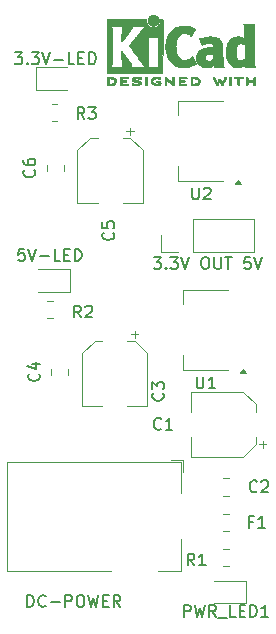
<source format=gbr>
%TF.GenerationSoftware,KiCad,Pcbnew,9.0.5*%
%TF.CreationDate,2025-10-31T15:32:29+05:30*%
%TF.ProjectId,Breadboard-PCB,42726561-6462-46f6-9172-642d5043422e,rev?*%
%TF.SameCoordinates,Original*%
%TF.FileFunction,Legend,Top*%
%TF.FilePolarity,Positive*%
%FSLAX46Y46*%
G04 Gerber Fmt 4.6, Leading zero omitted, Abs format (unit mm)*
G04 Created by KiCad (PCBNEW 9.0.5) date 2025-10-31 15:32:29*
%MOMM*%
%LPD*%
G01*
G04 APERTURE LIST*
%ADD10C,0.150000*%
%ADD11C,0.010000*%
%ADD12C,0.120000*%
G04 APERTURE END LIST*
D10*
X95071429Y-115854819D02*
X95071429Y-114854819D01*
X95071429Y-114854819D02*
X95309524Y-114854819D01*
X95309524Y-114854819D02*
X95452381Y-114902438D01*
X95452381Y-114902438D02*
X95547619Y-114997676D01*
X95547619Y-114997676D02*
X95595238Y-115092914D01*
X95595238Y-115092914D02*
X95642857Y-115283390D01*
X95642857Y-115283390D02*
X95642857Y-115426247D01*
X95642857Y-115426247D02*
X95595238Y-115616723D01*
X95595238Y-115616723D02*
X95547619Y-115711961D01*
X95547619Y-115711961D02*
X95452381Y-115807200D01*
X95452381Y-115807200D02*
X95309524Y-115854819D01*
X95309524Y-115854819D02*
X95071429Y-115854819D01*
X96642857Y-115759580D02*
X96595238Y-115807200D01*
X96595238Y-115807200D02*
X96452381Y-115854819D01*
X96452381Y-115854819D02*
X96357143Y-115854819D01*
X96357143Y-115854819D02*
X96214286Y-115807200D01*
X96214286Y-115807200D02*
X96119048Y-115711961D01*
X96119048Y-115711961D02*
X96071429Y-115616723D01*
X96071429Y-115616723D02*
X96023810Y-115426247D01*
X96023810Y-115426247D02*
X96023810Y-115283390D01*
X96023810Y-115283390D02*
X96071429Y-115092914D01*
X96071429Y-115092914D02*
X96119048Y-114997676D01*
X96119048Y-114997676D02*
X96214286Y-114902438D01*
X96214286Y-114902438D02*
X96357143Y-114854819D01*
X96357143Y-114854819D02*
X96452381Y-114854819D01*
X96452381Y-114854819D02*
X96595238Y-114902438D01*
X96595238Y-114902438D02*
X96642857Y-114950057D01*
X97071429Y-115473866D02*
X97833334Y-115473866D01*
X98309524Y-115854819D02*
X98309524Y-114854819D01*
X98309524Y-114854819D02*
X98690476Y-114854819D01*
X98690476Y-114854819D02*
X98785714Y-114902438D01*
X98785714Y-114902438D02*
X98833333Y-114950057D01*
X98833333Y-114950057D02*
X98880952Y-115045295D01*
X98880952Y-115045295D02*
X98880952Y-115188152D01*
X98880952Y-115188152D02*
X98833333Y-115283390D01*
X98833333Y-115283390D02*
X98785714Y-115331009D01*
X98785714Y-115331009D02*
X98690476Y-115378628D01*
X98690476Y-115378628D02*
X98309524Y-115378628D01*
X99500000Y-114854819D02*
X99690476Y-114854819D01*
X99690476Y-114854819D02*
X99785714Y-114902438D01*
X99785714Y-114902438D02*
X99880952Y-114997676D01*
X99880952Y-114997676D02*
X99928571Y-115188152D01*
X99928571Y-115188152D02*
X99928571Y-115521485D01*
X99928571Y-115521485D02*
X99880952Y-115711961D01*
X99880952Y-115711961D02*
X99785714Y-115807200D01*
X99785714Y-115807200D02*
X99690476Y-115854819D01*
X99690476Y-115854819D02*
X99500000Y-115854819D01*
X99500000Y-115854819D02*
X99404762Y-115807200D01*
X99404762Y-115807200D02*
X99309524Y-115711961D01*
X99309524Y-115711961D02*
X99261905Y-115521485D01*
X99261905Y-115521485D02*
X99261905Y-115188152D01*
X99261905Y-115188152D02*
X99309524Y-114997676D01*
X99309524Y-114997676D02*
X99404762Y-114902438D01*
X99404762Y-114902438D02*
X99500000Y-114854819D01*
X100261905Y-114854819D02*
X100500000Y-115854819D01*
X100500000Y-115854819D02*
X100690476Y-115140533D01*
X100690476Y-115140533D02*
X100880952Y-115854819D01*
X100880952Y-115854819D02*
X101119048Y-114854819D01*
X101500000Y-115331009D02*
X101833333Y-115331009D01*
X101976190Y-115854819D02*
X101500000Y-115854819D01*
X101500000Y-115854819D02*
X101500000Y-114854819D01*
X101500000Y-114854819D02*
X101976190Y-114854819D01*
X102976190Y-115854819D02*
X102642857Y-115378628D01*
X102404762Y-115854819D02*
X102404762Y-114854819D01*
X102404762Y-114854819D02*
X102785714Y-114854819D01*
X102785714Y-114854819D02*
X102880952Y-114902438D01*
X102880952Y-114902438D02*
X102928571Y-114950057D01*
X102928571Y-114950057D02*
X102976190Y-115045295D01*
X102976190Y-115045295D02*
X102976190Y-115188152D01*
X102976190Y-115188152D02*
X102928571Y-115283390D01*
X102928571Y-115283390D02*
X102880952Y-115331009D01*
X102880952Y-115331009D02*
X102785714Y-115378628D01*
X102785714Y-115378628D02*
X102404762Y-115378628D01*
X114166666Y-108631009D02*
X113833333Y-108631009D01*
X113833333Y-109154819D02*
X113833333Y-108154819D01*
X113833333Y-108154819D02*
X114309523Y-108154819D01*
X115214285Y-109154819D02*
X114642857Y-109154819D01*
X114928571Y-109154819D02*
X114928571Y-108154819D01*
X114928571Y-108154819D02*
X114833333Y-108297676D01*
X114833333Y-108297676D02*
X114738095Y-108392914D01*
X114738095Y-108392914D02*
X114642857Y-108440533D01*
X109233333Y-112354819D02*
X108900000Y-111878628D01*
X108661905Y-112354819D02*
X108661905Y-111354819D01*
X108661905Y-111354819D02*
X109042857Y-111354819D01*
X109042857Y-111354819D02*
X109138095Y-111402438D01*
X109138095Y-111402438D02*
X109185714Y-111450057D01*
X109185714Y-111450057D02*
X109233333Y-111545295D01*
X109233333Y-111545295D02*
X109233333Y-111688152D01*
X109233333Y-111688152D02*
X109185714Y-111783390D01*
X109185714Y-111783390D02*
X109138095Y-111831009D01*
X109138095Y-111831009D02*
X109042857Y-111878628D01*
X109042857Y-111878628D02*
X108661905Y-111878628D01*
X110185714Y-112354819D02*
X109614286Y-112354819D01*
X109900000Y-112354819D02*
X109900000Y-111354819D01*
X109900000Y-111354819D02*
X109804762Y-111497676D01*
X109804762Y-111497676D02*
X109709524Y-111592914D01*
X109709524Y-111592914D02*
X109614286Y-111640533D01*
X108352381Y-116704819D02*
X108352381Y-115704819D01*
X108352381Y-115704819D02*
X108733333Y-115704819D01*
X108733333Y-115704819D02*
X108828571Y-115752438D01*
X108828571Y-115752438D02*
X108876190Y-115800057D01*
X108876190Y-115800057D02*
X108923809Y-115895295D01*
X108923809Y-115895295D02*
X108923809Y-116038152D01*
X108923809Y-116038152D02*
X108876190Y-116133390D01*
X108876190Y-116133390D02*
X108828571Y-116181009D01*
X108828571Y-116181009D02*
X108733333Y-116228628D01*
X108733333Y-116228628D02*
X108352381Y-116228628D01*
X109257143Y-115704819D02*
X109495238Y-116704819D01*
X109495238Y-116704819D02*
X109685714Y-115990533D01*
X109685714Y-115990533D02*
X109876190Y-116704819D01*
X109876190Y-116704819D02*
X110114286Y-115704819D01*
X111066666Y-116704819D02*
X110733333Y-116228628D01*
X110495238Y-116704819D02*
X110495238Y-115704819D01*
X110495238Y-115704819D02*
X110876190Y-115704819D01*
X110876190Y-115704819D02*
X110971428Y-115752438D01*
X110971428Y-115752438D02*
X111019047Y-115800057D01*
X111019047Y-115800057D02*
X111066666Y-115895295D01*
X111066666Y-115895295D02*
X111066666Y-116038152D01*
X111066666Y-116038152D02*
X111019047Y-116133390D01*
X111019047Y-116133390D02*
X110971428Y-116181009D01*
X110971428Y-116181009D02*
X110876190Y-116228628D01*
X110876190Y-116228628D02*
X110495238Y-116228628D01*
X111257143Y-116800057D02*
X112019047Y-116800057D01*
X112733333Y-116704819D02*
X112257143Y-116704819D01*
X112257143Y-116704819D02*
X112257143Y-115704819D01*
X113066667Y-116181009D02*
X113400000Y-116181009D01*
X113542857Y-116704819D02*
X113066667Y-116704819D01*
X113066667Y-116704819D02*
X113066667Y-115704819D01*
X113066667Y-115704819D02*
X113542857Y-115704819D01*
X113971429Y-116704819D02*
X113971429Y-115704819D01*
X113971429Y-115704819D02*
X114209524Y-115704819D01*
X114209524Y-115704819D02*
X114352381Y-115752438D01*
X114352381Y-115752438D02*
X114447619Y-115847676D01*
X114447619Y-115847676D02*
X114495238Y-115942914D01*
X114495238Y-115942914D02*
X114542857Y-116133390D01*
X114542857Y-116133390D02*
X114542857Y-116276247D01*
X114542857Y-116276247D02*
X114495238Y-116466723D01*
X114495238Y-116466723D02*
X114447619Y-116561961D01*
X114447619Y-116561961D02*
X114352381Y-116657200D01*
X114352381Y-116657200D02*
X114209524Y-116704819D01*
X114209524Y-116704819D02*
X113971429Y-116704819D01*
X115495238Y-116704819D02*
X114923810Y-116704819D01*
X115209524Y-116704819D02*
X115209524Y-115704819D01*
X115209524Y-115704819D02*
X115114286Y-115847676D01*
X115114286Y-115847676D02*
X115019048Y-115942914D01*
X115019048Y-115942914D02*
X114923810Y-115990533D01*
X106433333Y-100759580D02*
X106385714Y-100807200D01*
X106385714Y-100807200D02*
X106242857Y-100854819D01*
X106242857Y-100854819D02*
X106147619Y-100854819D01*
X106147619Y-100854819D02*
X106004762Y-100807200D01*
X106004762Y-100807200D02*
X105909524Y-100711961D01*
X105909524Y-100711961D02*
X105861905Y-100616723D01*
X105861905Y-100616723D02*
X105814286Y-100426247D01*
X105814286Y-100426247D02*
X105814286Y-100283390D01*
X105814286Y-100283390D02*
X105861905Y-100092914D01*
X105861905Y-100092914D02*
X105909524Y-99997676D01*
X105909524Y-99997676D02*
X106004762Y-99902438D01*
X106004762Y-99902438D02*
X106147619Y-99854819D01*
X106147619Y-99854819D02*
X106242857Y-99854819D01*
X106242857Y-99854819D02*
X106385714Y-99902438D01*
X106385714Y-99902438D02*
X106433333Y-99950057D01*
X107385714Y-100854819D02*
X106814286Y-100854819D01*
X107100000Y-100854819D02*
X107100000Y-99854819D01*
X107100000Y-99854819D02*
X107004762Y-99997676D01*
X107004762Y-99997676D02*
X106909524Y-100092914D01*
X106909524Y-100092914D02*
X106814286Y-100140533D01*
X114533333Y-106059580D02*
X114485714Y-106107200D01*
X114485714Y-106107200D02*
X114342857Y-106154819D01*
X114342857Y-106154819D02*
X114247619Y-106154819D01*
X114247619Y-106154819D02*
X114104762Y-106107200D01*
X114104762Y-106107200D02*
X114009524Y-106011961D01*
X114009524Y-106011961D02*
X113961905Y-105916723D01*
X113961905Y-105916723D02*
X113914286Y-105726247D01*
X113914286Y-105726247D02*
X113914286Y-105583390D01*
X113914286Y-105583390D02*
X113961905Y-105392914D01*
X113961905Y-105392914D02*
X114009524Y-105297676D01*
X114009524Y-105297676D02*
X114104762Y-105202438D01*
X114104762Y-105202438D02*
X114247619Y-105154819D01*
X114247619Y-105154819D02*
X114342857Y-105154819D01*
X114342857Y-105154819D02*
X114485714Y-105202438D01*
X114485714Y-105202438D02*
X114533333Y-105250057D01*
X114914286Y-105250057D02*
X114961905Y-105202438D01*
X114961905Y-105202438D02*
X115057143Y-105154819D01*
X115057143Y-105154819D02*
X115295238Y-105154819D01*
X115295238Y-105154819D02*
X115390476Y-105202438D01*
X115390476Y-105202438D02*
X115438095Y-105250057D01*
X115438095Y-105250057D02*
X115485714Y-105345295D01*
X115485714Y-105345295D02*
X115485714Y-105440533D01*
X115485714Y-105440533D02*
X115438095Y-105583390D01*
X115438095Y-105583390D02*
X114866667Y-106154819D01*
X114866667Y-106154819D02*
X115485714Y-106154819D01*
X109438095Y-96354819D02*
X109438095Y-97164342D01*
X109438095Y-97164342D02*
X109485714Y-97259580D01*
X109485714Y-97259580D02*
X109533333Y-97307200D01*
X109533333Y-97307200D02*
X109628571Y-97354819D01*
X109628571Y-97354819D02*
X109819047Y-97354819D01*
X109819047Y-97354819D02*
X109914285Y-97307200D01*
X109914285Y-97307200D02*
X109961904Y-97259580D01*
X109961904Y-97259580D02*
X110009523Y-97164342D01*
X110009523Y-97164342D02*
X110009523Y-96354819D01*
X111009523Y-97354819D02*
X110438095Y-97354819D01*
X110723809Y-97354819D02*
X110723809Y-96354819D01*
X110723809Y-96354819D02*
X110628571Y-96497676D01*
X110628571Y-96497676D02*
X110533333Y-96592914D01*
X110533333Y-96592914D02*
X110438095Y-96640533D01*
X106559580Y-97766666D02*
X106607200Y-97814285D01*
X106607200Y-97814285D02*
X106654819Y-97957142D01*
X106654819Y-97957142D02*
X106654819Y-98052380D01*
X106654819Y-98052380D02*
X106607200Y-98195237D01*
X106607200Y-98195237D02*
X106511961Y-98290475D01*
X106511961Y-98290475D02*
X106416723Y-98338094D01*
X106416723Y-98338094D02*
X106226247Y-98385713D01*
X106226247Y-98385713D02*
X106083390Y-98385713D01*
X106083390Y-98385713D02*
X105892914Y-98338094D01*
X105892914Y-98338094D02*
X105797676Y-98290475D01*
X105797676Y-98290475D02*
X105702438Y-98195237D01*
X105702438Y-98195237D02*
X105654819Y-98052380D01*
X105654819Y-98052380D02*
X105654819Y-97957142D01*
X105654819Y-97957142D02*
X105702438Y-97814285D01*
X105702438Y-97814285D02*
X105750057Y-97766666D01*
X105654819Y-97433332D02*
X105654819Y-96814285D01*
X105654819Y-96814285D02*
X106035771Y-97147618D01*
X106035771Y-97147618D02*
X106035771Y-97004761D01*
X106035771Y-97004761D02*
X106083390Y-96909523D01*
X106083390Y-96909523D02*
X106131009Y-96861904D01*
X106131009Y-96861904D02*
X106226247Y-96814285D01*
X106226247Y-96814285D02*
X106464342Y-96814285D01*
X106464342Y-96814285D02*
X106559580Y-96861904D01*
X106559580Y-96861904D02*
X106607200Y-96909523D01*
X106607200Y-96909523D02*
X106654819Y-97004761D01*
X106654819Y-97004761D02*
X106654819Y-97290475D01*
X106654819Y-97290475D02*
X106607200Y-97385713D01*
X106607200Y-97385713D02*
X106559580Y-97433332D01*
X96059580Y-96116666D02*
X96107200Y-96164285D01*
X96107200Y-96164285D02*
X96154819Y-96307142D01*
X96154819Y-96307142D02*
X96154819Y-96402380D01*
X96154819Y-96402380D02*
X96107200Y-96545237D01*
X96107200Y-96545237D02*
X96011961Y-96640475D01*
X96011961Y-96640475D02*
X95916723Y-96688094D01*
X95916723Y-96688094D02*
X95726247Y-96735713D01*
X95726247Y-96735713D02*
X95583390Y-96735713D01*
X95583390Y-96735713D02*
X95392914Y-96688094D01*
X95392914Y-96688094D02*
X95297676Y-96640475D01*
X95297676Y-96640475D02*
X95202438Y-96545237D01*
X95202438Y-96545237D02*
X95154819Y-96402380D01*
X95154819Y-96402380D02*
X95154819Y-96307142D01*
X95154819Y-96307142D02*
X95202438Y-96164285D01*
X95202438Y-96164285D02*
X95250057Y-96116666D01*
X95488152Y-95259523D02*
X96154819Y-95259523D01*
X95107200Y-95497618D02*
X95821485Y-95735713D01*
X95821485Y-95735713D02*
X95821485Y-95116666D01*
X99633333Y-91354819D02*
X99300000Y-90878628D01*
X99061905Y-91354819D02*
X99061905Y-90354819D01*
X99061905Y-90354819D02*
X99442857Y-90354819D01*
X99442857Y-90354819D02*
X99538095Y-90402438D01*
X99538095Y-90402438D02*
X99585714Y-90450057D01*
X99585714Y-90450057D02*
X99633333Y-90545295D01*
X99633333Y-90545295D02*
X99633333Y-90688152D01*
X99633333Y-90688152D02*
X99585714Y-90783390D01*
X99585714Y-90783390D02*
X99538095Y-90831009D01*
X99538095Y-90831009D02*
X99442857Y-90878628D01*
X99442857Y-90878628D02*
X99061905Y-90878628D01*
X100014286Y-90450057D02*
X100061905Y-90402438D01*
X100061905Y-90402438D02*
X100157143Y-90354819D01*
X100157143Y-90354819D02*
X100395238Y-90354819D01*
X100395238Y-90354819D02*
X100490476Y-90402438D01*
X100490476Y-90402438D02*
X100538095Y-90450057D01*
X100538095Y-90450057D02*
X100585714Y-90545295D01*
X100585714Y-90545295D02*
X100585714Y-90640533D01*
X100585714Y-90640533D02*
X100538095Y-90783390D01*
X100538095Y-90783390D02*
X99966667Y-91354819D01*
X99966667Y-91354819D02*
X100585714Y-91354819D01*
X94833333Y-85554819D02*
X94357143Y-85554819D01*
X94357143Y-85554819D02*
X94309524Y-86031009D01*
X94309524Y-86031009D02*
X94357143Y-85983390D01*
X94357143Y-85983390D02*
X94452381Y-85935771D01*
X94452381Y-85935771D02*
X94690476Y-85935771D01*
X94690476Y-85935771D02*
X94785714Y-85983390D01*
X94785714Y-85983390D02*
X94833333Y-86031009D01*
X94833333Y-86031009D02*
X94880952Y-86126247D01*
X94880952Y-86126247D02*
X94880952Y-86364342D01*
X94880952Y-86364342D02*
X94833333Y-86459580D01*
X94833333Y-86459580D02*
X94785714Y-86507200D01*
X94785714Y-86507200D02*
X94690476Y-86554819D01*
X94690476Y-86554819D02*
X94452381Y-86554819D01*
X94452381Y-86554819D02*
X94357143Y-86507200D01*
X94357143Y-86507200D02*
X94309524Y-86459580D01*
X95166667Y-85554819D02*
X95500000Y-86554819D01*
X95500000Y-86554819D02*
X95833333Y-85554819D01*
X96166667Y-86173866D02*
X96928572Y-86173866D01*
X97880952Y-86554819D02*
X97404762Y-86554819D01*
X97404762Y-86554819D02*
X97404762Y-85554819D01*
X98214286Y-86031009D02*
X98547619Y-86031009D01*
X98690476Y-86554819D02*
X98214286Y-86554819D01*
X98214286Y-86554819D02*
X98214286Y-85554819D01*
X98214286Y-85554819D02*
X98690476Y-85554819D01*
X99119048Y-86554819D02*
X99119048Y-85554819D01*
X99119048Y-85554819D02*
X99357143Y-85554819D01*
X99357143Y-85554819D02*
X99500000Y-85602438D01*
X99500000Y-85602438D02*
X99595238Y-85697676D01*
X99595238Y-85697676D02*
X99642857Y-85792914D01*
X99642857Y-85792914D02*
X99690476Y-85983390D01*
X99690476Y-85983390D02*
X99690476Y-86126247D01*
X99690476Y-86126247D02*
X99642857Y-86316723D01*
X99642857Y-86316723D02*
X99595238Y-86411961D01*
X99595238Y-86411961D02*
X99500000Y-86507200D01*
X99500000Y-86507200D02*
X99357143Y-86554819D01*
X99357143Y-86554819D02*
X99119048Y-86554819D01*
X109038095Y-80354819D02*
X109038095Y-81164342D01*
X109038095Y-81164342D02*
X109085714Y-81259580D01*
X109085714Y-81259580D02*
X109133333Y-81307200D01*
X109133333Y-81307200D02*
X109228571Y-81354819D01*
X109228571Y-81354819D02*
X109419047Y-81354819D01*
X109419047Y-81354819D02*
X109514285Y-81307200D01*
X109514285Y-81307200D02*
X109561904Y-81259580D01*
X109561904Y-81259580D02*
X109609523Y-81164342D01*
X109609523Y-81164342D02*
X109609523Y-80354819D01*
X110038095Y-80450057D02*
X110085714Y-80402438D01*
X110085714Y-80402438D02*
X110180952Y-80354819D01*
X110180952Y-80354819D02*
X110419047Y-80354819D01*
X110419047Y-80354819D02*
X110514285Y-80402438D01*
X110514285Y-80402438D02*
X110561904Y-80450057D01*
X110561904Y-80450057D02*
X110609523Y-80545295D01*
X110609523Y-80545295D02*
X110609523Y-80640533D01*
X110609523Y-80640533D02*
X110561904Y-80783390D01*
X110561904Y-80783390D02*
X109990476Y-81354819D01*
X109990476Y-81354819D02*
X110609523Y-81354819D01*
X102359580Y-84166666D02*
X102407200Y-84214285D01*
X102407200Y-84214285D02*
X102454819Y-84357142D01*
X102454819Y-84357142D02*
X102454819Y-84452380D01*
X102454819Y-84452380D02*
X102407200Y-84595237D01*
X102407200Y-84595237D02*
X102311961Y-84690475D01*
X102311961Y-84690475D02*
X102216723Y-84738094D01*
X102216723Y-84738094D02*
X102026247Y-84785713D01*
X102026247Y-84785713D02*
X101883390Y-84785713D01*
X101883390Y-84785713D02*
X101692914Y-84738094D01*
X101692914Y-84738094D02*
X101597676Y-84690475D01*
X101597676Y-84690475D02*
X101502438Y-84595237D01*
X101502438Y-84595237D02*
X101454819Y-84452380D01*
X101454819Y-84452380D02*
X101454819Y-84357142D01*
X101454819Y-84357142D02*
X101502438Y-84214285D01*
X101502438Y-84214285D02*
X101550057Y-84166666D01*
X101454819Y-83261904D02*
X101454819Y-83738094D01*
X101454819Y-83738094D02*
X101931009Y-83785713D01*
X101931009Y-83785713D02*
X101883390Y-83738094D01*
X101883390Y-83738094D02*
X101835771Y-83642856D01*
X101835771Y-83642856D02*
X101835771Y-83404761D01*
X101835771Y-83404761D02*
X101883390Y-83309523D01*
X101883390Y-83309523D02*
X101931009Y-83261904D01*
X101931009Y-83261904D02*
X102026247Y-83214285D01*
X102026247Y-83214285D02*
X102264342Y-83214285D01*
X102264342Y-83214285D02*
X102359580Y-83261904D01*
X102359580Y-83261904D02*
X102407200Y-83309523D01*
X102407200Y-83309523D02*
X102454819Y-83404761D01*
X102454819Y-83404761D02*
X102454819Y-83642856D01*
X102454819Y-83642856D02*
X102407200Y-83738094D01*
X102407200Y-83738094D02*
X102359580Y-83785713D01*
X95659580Y-78866666D02*
X95707200Y-78914285D01*
X95707200Y-78914285D02*
X95754819Y-79057142D01*
X95754819Y-79057142D02*
X95754819Y-79152380D01*
X95754819Y-79152380D02*
X95707200Y-79295237D01*
X95707200Y-79295237D02*
X95611961Y-79390475D01*
X95611961Y-79390475D02*
X95516723Y-79438094D01*
X95516723Y-79438094D02*
X95326247Y-79485713D01*
X95326247Y-79485713D02*
X95183390Y-79485713D01*
X95183390Y-79485713D02*
X94992914Y-79438094D01*
X94992914Y-79438094D02*
X94897676Y-79390475D01*
X94897676Y-79390475D02*
X94802438Y-79295237D01*
X94802438Y-79295237D02*
X94754819Y-79152380D01*
X94754819Y-79152380D02*
X94754819Y-79057142D01*
X94754819Y-79057142D02*
X94802438Y-78914285D01*
X94802438Y-78914285D02*
X94850057Y-78866666D01*
X94754819Y-78009523D02*
X94754819Y-78199999D01*
X94754819Y-78199999D02*
X94802438Y-78295237D01*
X94802438Y-78295237D02*
X94850057Y-78342856D01*
X94850057Y-78342856D02*
X94992914Y-78438094D01*
X94992914Y-78438094D02*
X95183390Y-78485713D01*
X95183390Y-78485713D02*
X95564342Y-78485713D01*
X95564342Y-78485713D02*
X95659580Y-78438094D01*
X95659580Y-78438094D02*
X95707200Y-78390475D01*
X95707200Y-78390475D02*
X95754819Y-78295237D01*
X95754819Y-78295237D02*
X95754819Y-78104761D01*
X95754819Y-78104761D02*
X95707200Y-78009523D01*
X95707200Y-78009523D02*
X95659580Y-77961904D01*
X95659580Y-77961904D02*
X95564342Y-77914285D01*
X95564342Y-77914285D02*
X95326247Y-77914285D01*
X95326247Y-77914285D02*
X95231009Y-77961904D01*
X95231009Y-77961904D02*
X95183390Y-78009523D01*
X95183390Y-78009523D02*
X95135771Y-78104761D01*
X95135771Y-78104761D02*
X95135771Y-78295237D01*
X95135771Y-78295237D02*
X95183390Y-78390475D01*
X95183390Y-78390475D02*
X95231009Y-78438094D01*
X95231009Y-78438094D02*
X95326247Y-78485713D01*
X99933333Y-74554819D02*
X99600000Y-74078628D01*
X99361905Y-74554819D02*
X99361905Y-73554819D01*
X99361905Y-73554819D02*
X99742857Y-73554819D01*
X99742857Y-73554819D02*
X99838095Y-73602438D01*
X99838095Y-73602438D02*
X99885714Y-73650057D01*
X99885714Y-73650057D02*
X99933333Y-73745295D01*
X99933333Y-73745295D02*
X99933333Y-73888152D01*
X99933333Y-73888152D02*
X99885714Y-73983390D01*
X99885714Y-73983390D02*
X99838095Y-74031009D01*
X99838095Y-74031009D02*
X99742857Y-74078628D01*
X99742857Y-74078628D02*
X99361905Y-74078628D01*
X100266667Y-73554819D02*
X100885714Y-73554819D01*
X100885714Y-73554819D02*
X100552381Y-73935771D01*
X100552381Y-73935771D02*
X100695238Y-73935771D01*
X100695238Y-73935771D02*
X100790476Y-73983390D01*
X100790476Y-73983390D02*
X100838095Y-74031009D01*
X100838095Y-74031009D02*
X100885714Y-74126247D01*
X100885714Y-74126247D02*
X100885714Y-74364342D01*
X100885714Y-74364342D02*
X100838095Y-74459580D01*
X100838095Y-74459580D02*
X100790476Y-74507200D01*
X100790476Y-74507200D02*
X100695238Y-74554819D01*
X100695238Y-74554819D02*
X100409524Y-74554819D01*
X100409524Y-74554819D02*
X100314286Y-74507200D01*
X100314286Y-74507200D02*
X100266667Y-74459580D01*
X94035119Y-68904819D02*
X94654166Y-68904819D01*
X94654166Y-68904819D02*
X94320833Y-69285771D01*
X94320833Y-69285771D02*
X94463690Y-69285771D01*
X94463690Y-69285771D02*
X94558928Y-69333390D01*
X94558928Y-69333390D02*
X94606547Y-69381009D01*
X94606547Y-69381009D02*
X94654166Y-69476247D01*
X94654166Y-69476247D02*
X94654166Y-69714342D01*
X94654166Y-69714342D02*
X94606547Y-69809580D01*
X94606547Y-69809580D02*
X94558928Y-69857200D01*
X94558928Y-69857200D02*
X94463690Y-69904819D01*
X94463690Y-69904819D02*
X94177976Y-69904819D01*
X94177976Y-69904819D02*
X94082738Y-69857200D01*
X94082738Y-69857200D02*
X94035119Y-69809580D01*
X95082738Y-69809580D02*
X95130357Y-69857200D01*
X95130357Y-69857200D02*
X95082738Y-69904819D01*
X95082738Y-69904819D02*
X95035119Y-69857200D01*
X95035119Y-69857200D02*
X95082738Y-69809580D01*
X95082738Y-69809580D02*
X95082738Y-69904819D01*
X95463690Y-68904819D02*
X96082737Y-68904819D01*
X96082737Y-68904819D02*
X95749404Y-69285771D01*
X95749404Y-69285771D02*
X95892261Y-69285771D01*
X95892261Y-69285771D02*
X95987499Y-69333390D01*
X95987499Y-69333390D02*
X96035118Y-69381009D01*
X96035118Y-69381009D02*
X96082737Y-69476247D01*
X96082737Y-69476247D02*
X96082737Y-69714342D01*
X96082737Y-69714342D02*
X96035118Y-69809580D01*
X96035118Y-69809580D02*
X95987499Y-69857200D01*
X95987499Y-69857200D02*
X95892261Y-69904819D01*
X95892261Y-69904819D02*
X95606547Y-69904819D01*
X95606547Y-69904819D02*
X95511309Y-69857200D01*
X95511309Y-69857200D02*
X95463690Y-69809580D01*
X96368452Y-68904819D02*
X96701785Y-69904819D01*
X96701785Y-69904819D02*
X97035118Y-68904819D01*
X97368452Y-69523866D02*
X98130357Y-69523866D01*
X99082737Y-69904819D02*
X98606547Y-69904819D01*
X98606547Y-69904819D02*
X98606547Y-68904819D01*
X99416071Y-69381009D02*
X99749404Y-69381009D01*
X99892261Y-69904819D02*
X99416071Y-69904819D01*
X99416071Y-69904819D02*
X99416071Y-68904819D01*
X99416071Y-68904819D02*
X99892261Y-68904819D01*
X100320833Y-69904819D02*
X100320833Y-68904819D01*
X100320833Y-68904819D02*
X100558928Y-68904819D01*
X100558928Y-68904819D02*
X100701785Y-68952438D01*
X100701785Y-68952438D02*
X100797023Y-69047676D01*
X100797023Y-69047676D02*
X100844642Y-69142914D01*
X100844642Y-69142914D02*
X100892261Y-69333390D01*
X100892261Y-69333390D02*
X100892261Y-69476247D01*
X100892261Y-69476247D02*
X100844642Y-69666723D01*
X100844642Y-69666723D02*
X100797023Y-69761961D01*
X100797023Y-69761961D02*
X100701785Y-69857200D01*
X100701785Y-69857200D02*
X100558928Y-69904819D01*
X100558928Y-69904819D02*
X100320833Y-69904819D01*
X105788571Y-86254819D02*
X106407618Y-86254819D01*
X106407618Y-86254819D02*
X106074285Y-86635771D01*
X106074285Y-86635771D02*
X106217142Y-86635771D01*
X106217142Y-86635771D02*
X106312380Y-86683390D01*
X106312380Y-86683390D02*
X106359999Y-86731009D01*
X106359999Y-86731009D02*
X106407618Y-86826247D01*
X106407618Y-86826247D02*
X106407618Y-87064342D01*
X106407618Y-87064342D02*
X106359999Y-87159580D01*
X106359999Y-87159580D02*
X106312380Y-87207200D01*
X106312380Y-87207200D02*
X106217142Y-87254819D01*
X106217142Y-87254819D02*
X105931428Y-87254819D01*
X105931428Y-87254819D02*
X105836190Y-87207200D01*
X105836190Y-87207200D02*
X105788571Y-87159580D01*
X106836190Y-87159580D02*
X106883809Y-87207200D01*
X106883809Y-87207200D02*
X106836190Y-87254819D01*
X106836190Y-87254819D02*
X106788571Y-87207200D01*
X106788571Y-87207200D02*
X106836190Y-87159580D01*
X106836190Y-87159580D02*
X106836190Y-87254819D01*
X107217142Y-86254819D02*
X107836189Y-86254819D01*
X107836189Y-86254819D02*
X107502856Y-86635771D01*
X107502856Y-86635771D02*
X107645713Y-86635771D01*
X107645713Y-86635771D02*
X107740951Y-86683390D01*
X107740951Y-86683390D02*
X107788570Y-86731009D01*
X107788570Y-86731009D02*
X107836189Y-86826247D01*
X107836189Y-86826247D02*
X107836189Y-87064342D01*
X107836189Y-87064342D02*
X107788570Y-87159580D01*
X107788570Y-87159580D02*
X107740951Y-87207200D01*
X107740951Y-87207200D02*
X107645713Y-87254819D01*
X107645713Y-87254819D02*
X107359999Y-87254819D01*
X107359999Y-87254819D02*
X107264761Y-87207200D01*
X107264761Y-87207200D02*
X107217142Y-87159580D01*
X108121904Y-86254819D02*
X108455237Y-87254819D01*
X108455237Y-87254819D02*
X108788570Y-86254819D01*
X110074285Y-86254819D02*
X110264761Y-86254819D01*
X110264761Y-86254819D02*
X110359999Y-86302438D01*
X110359999Y-86302438D02*
X110455237Y-86397676D01*
X110455237Y-86397676D02*
X110502856Y-86588152D01*
X110502856Y-86588152D02*
X110502856Y-86921485D01*
X110502856Y-86921485D02*
X110455237Y-87111961D01*
X110455237Y-87111961D02*
X110359999Y-87207200D01*
X110359999Y-87207200D02*
X110264761Y-87254819D01*
X110264761Y-87254819D02*
X110074285Y-87254819D01*
X110074285Y-87254819D02*
X109979047Y-87207200D01*
X109979047Y-87207200D02*
X109883809Y-87111961D01*
X109883809Y-87111961D02*
X109836190Y-86921485D01*
X109836190Y-86921485D02*
X109836190Y-86588152D01*
X109836190Y-86588152D02*
X109883809Y-86397676D01*
X109883809Y-86397676D02*
X109979047Y-86302438D01*
X109979047Y-86302438D02*
X110074285Y-86254819D01*
X110931428Y-86254819D02*
X110931428Y-87064342D01*
X110931428Y-87064342D02*
X110979047Y-87159580D01*
X110979047Y-87159580D02*
X111026666Y-87207200D01*
X111026666Y-87207200D02*
X111121904Y-87254819D01*
X111121904Y-87254819D02*
X111312380Y-87254819D01*
X111312380Y-87254819D02*
X111407618Y-87207200D01*
X111407618Y-87207200D02*
X111455237Y-87159580D01*
X111455237Y-87159580D02*
X111502856Y-87064342D01*
X111502856Y-87064342D02*
X111502856Y-86254819D01*
X111836190Y-86254819D02*
X112407618Y-86254819D01*
X112121904Y-87254819D02*
X112121904Y-86254819D01*
X113979047Y-86254819D02*
X113502857Y-86254819D01*
X113502857Y-86254819D02*
X113455238Y-86731009D01*
X113455238Y-86731009D02*
X113502857Y-86683390D01*
X113502857Y-86683390D02*
X113598095Y-86635771D01*
X113598095Y-86635771D02*
X113836190Y-86635771D01*
X113836190Y-86635771D02*
X113931428Y-86683390D01*
X113931428Y-86683390D02*
X113979047Y-86731009D01*
X113979047Y-86731009D02*
X114026666Y-86826247D01*
X114026666Y-86826247D02*
X114026666Y-87064342D01*
X114026666Y-87064342D02*
X113979047Y-87159580D01*
X113979047Y-87159580D02*
X113931428Y-87207200D01*
X113931428Y-87207200D02*
X113836190Y-87254819D01*
X113836190Y-87254819D02*
X113598095Y-87254819D01*
X113598095Y-87254819D02*
X113502857Y-87207200D01*
X113502857Y-87207200D02*
X113455238Y-87159580D01*
X114312381Y-86254819D02*
X114645714Y-87254819D01*
X114645714Y-87254819D02*
X114979047Y-86254819D01*
D11*
%TO.C,REF\u002A\u002A*%
X112288614Y-70975877D02*
X112312327Y-70990647D01*
X112338978Y-71012227D01*
X112338978Y-71333773D01*
X112338893Y-71427830D01*
X112338529Y-71501932D01*
X112337724Y-71558704D01*
X112336313Y-71600768D01*
X112334133Y-71630748D01*
X112331021Y-71651267D01*
X112326814Y-71664949D01*
X112321348Y-71674416D01*
X112317472Y-71679082D01*
X112286034Y-71699575D01*
X112250233Y-71698739D01*
X112218873Y-71681264D01*
X112192222Y-71659684D01*
X112192222Y-71012227D01*
X112218873Y-70990647D01*
X112244594Y-70974949D01*
X112265600Y-70969067D01*
X112288614Y-70975877D01*
G36*
X112288614Y-70975877D02*
G01*
X112312327Y-70990647D01*
X112338978Y-71012227D01*
X112338978Y-71333773D01*
X112338893Y-71427830D01*
X112338529Y-71501932D01*
X112337724Y-71558704D01*
X112336313Y-71600768D01*
X112334133Y-71630748D01*
X112331021Y-71651267D01*
X112326814Y-71664949D01*
X112321348Y-71674416D01*
X112317472Y-71679082D01*
X112286034Y-71699575D01*
X112250233Y-71698739D01*
X112218873Y-71681264D01*
X112192222Y-71659684D01*
X112192222Y-71012227D01*
X112218873Y-70990647D01*
X112244594Y-70974949D01*
X112265600Y-70969067D01*
X112288614Y-70975877D01*
G37*
X105176178Y-70991645D02*
X105182758Y-70999218D01*
X105187921Y-71008987D01*
X105191836Y-71023571D01*
X105194676Y-71045585D01*
X105196613Y-71077648D01*
X105197817Y-71122375D01*
X105198461Y-71182385D01*
X105198716Y-71260294D01*
X105198755Y-71335956D01*
X105198686Y-71429802D01*
X105198362Y-71503689D01*
X105197614Y-71560232D01*
X105196268Y-71602049D01*
X105194154Y-71631757D01*
X105191100Y-71651973D01*
X105186934Y-71665314D01*
X105181484Y-71674398D01*
X105176178Y-71680267D01*
X105143174Y-71699947D01*
X105108009Y-71698181D01*
X105076545Y-71676717D01*
X105069316Y-71668337D01*
X105063666Y-71658614D01*
X105059401Y-71644861D01*
X105056327Y-71624389D01*
X105054248Y-71594512D01*
X105052970Y-71552541D01*
X105052299Y-71495789D01*
X105052041Y-71421567D01*
X105052000Y-71337537D01*
X105052000Y-71024485D01*
X105079709Y-70996776D01*
X105113863Y-70973463D01*
X105146994Y-70972623D01*
X105176178Y-70991645D01*
G36*
X105176178Y-70991645D02*
G01*
X105182758Y-70999218D01*
X105187921Y-71008987D01*
X105191836Y-71023571D01*
X105194676Y-71045585D01*
X105196613Y-71077648D01*
X105197817Y-71122375D01*
X105198461Y-71182385D01*
X105198716Y-71260294D01*
X105198755Y-71335956D01*
X105198686Y-71429802D01*
X105198362Y-71503689D01*
X105197614Y-71560232D01*
X105196268Y-71602049D01*
X105194154Y-71631757D01*
X105191100Y-71651973D01*
X105186934Y-71665314D01*
X105181484Y-71674398D01*
X105176178Y-71680267D01*
X105143174Y-71699947D01*
X105108009Y-71698181D01*
X105076545Y-71676717D01*
X105069316Y-71668337D01*
X105063666Y-71658614D01*
X105059401Y-71644861D01*
X105056327Y-71624389D01*
X105054248Y-71594512D01*
X105052970Y-71552541D01*
X105052299Y-71495789D01*
X105052041Y-71421567D01*
X105052000Y-71337537D01*
X105052000Y-71024485D01*
X105079709Y-70996776D01*
X105113863Y-70973463D01*
X105146994Y-70972623D01*
X105176178Y-70991645D01*
G37*
X105826957Y-65726571D02*
X105923232Y-65750809D01*
X106009816Y-65793641D01*
X106084627Y-65853419D01*
X106145582Y-65928494D01*
X106190601Y-66017220D01*
X106216864Y-66113530D01*
X106222714Y-66210795D01*
X106207860Y-66304654D01*
X106174160Y-66392511D01*
X106123472Y-66471770D01*
X106057655Y-66539836D01*
X105978566Y-66594112D01*
X105888066Y-66632002D01*
X105836800Y-66644426D01*
X105792302Y-66651947D01*
X105758001Y-66654919D01*
X105725040Y-66653094D01*
X105684566Y-66646225D01*
X105651469Y-66639250D01*
X105558053Y-66607741D01*
X105474381Y-66556617D01*
X105402335Y-66487429D01*
X105343800Y-66401728D01*
X105329852Y-66374489D01*
X105313414Y-66338122D01*
X105303106Y-66307582D01*
X105297540Y-66275450D01*
X105295331Y-66234307D01*
X105295052Y-66188222D01*
X105299139Y-66103865D01*
X105312554Y-66034586D01*
X105337744Y-65973961D01*
X105377154Y-65915567D01*
X105415702Y-65871302D01*
X105487594Y-65805484D01*
X105562687Y-65760053D01*
X105645438Y-65732850D01*
X105723072Y-65722576D01*
X105826957Y-65726571D01*
G36*
X105826957Y-65726571D02*
G01*
X105923232Y-65750809D01*
X106009816Y-65793641D01*
X106084627Y-65853419D01*
X106145582Y-65928494D01*
X106190601Y-66017220D01*
X106216864Y-66113530D01*
X106222714Y-66210795D01*
X106207860Y-66304654D01*
X106174160Y-66392511D01*
X106123472Y-66471770D01*
X106057655Y-66539836D01*
X105978566Y-66594112D01*
X105888066Y-66632002D01*
X105836800Y-66644426D01*
X105792302Y-66651947D01*
X105758001Y-66654919D01*
X105725040Y-66653094D01*
X105684566Y-66646225D01*
X105651469Y-66639250D01*
X105558053Y-66607741D01*
X105474381Y-66556617D01*
X105402335Y-66487429D01*
X105343800Y-66401728D01*
X105329852Y-66374489D01*
X105313414Y-66338122D01*
X105303106Y-66307582D01*
X105297540Y-66275450D01*
X105295331Y-66234307D01*
X105295052Y-66188222D01*
X105299139Y-66103865D01*
X105312554Y-66034586D01*
X105337744Y-65973961D01*
X105377154Y-65915567D01*
X105415702Y-65871302D01*
X105487594Y-65805484D01*
X105562687Y-65760053D01*
X105645438Y-65732850D01*
X105723072Y-65722576D01*
X105826957Y-65726571D01*
G37*
X113063065Y-70969163D02*
X113141772Y-70969542D01*
X113202863Y-70970333D01*
X113248817Y-70971670D01*
X113282114Y-70973683D01*
X113305236Y-70976506D01*
X113320662Y-70980269D01*
X113330871Y-70985105D01*
X113335813Y-70988822D01*
X113361457Y-71021358D01*
X113364559Y-71055138D01*
X113348711Y-71085826D01*
X113338348Y-71098089D01*
X113327196Y-71106450D01*
X113311035Y-71111657D01*
X113285642Y-71114457D01*
X113246798Y-71115596D01*
X113190280Y-71115821D01*
X113179180Y-71115822D01*
X113033244Y-71115822D01*
X113033244Y-71386756D01*
X113033148Y-71472154D01*
X113032711Y-71537864D01*
X113031712Y-71586774D01*
X113029928Y-71621773D01*
X113027137Y-71645749D01*
X113023117Y-71661593D01*
X113017645Y-71672191D01*
X113010666Y-71680267D01*
X112977734Y-71700112D01*
X112943354Y-71698548D01*
X112912176Y-71675906D01*
X112909886Y-71673100D01*
X112902429Y-71662492D01*
X112896747Y-71650081D01*
X112892601Y-71632850D01*
X112889750Y-71607784D01*
X112887954Y-71571867D01*
X112886972Y-71522083D01*
X112886564Y-71455417D01*
X112886489Y-71379589D01*
X112886489Y-71115822D01*
X112747127Y-71115822D01*
X112687322Y-71115418D01*
X112645918Y-71113840D01*
X112618748Y-71110547D01*
X112601646Y-71104992D01*
X112590443Y-71096631D01*
X112589083Y-71095178D01*
X112572725Y-71061939D01*
X112574172Y-71024362D01*
X112592978Y-70991645D01*
X112600250Y-70985298D01*
X112609627Y-70980266D01*
X112623609Y-70976396D01*
X112644696Y-70973537D01*
X112675389Y-70971535D01*
X112718189Y-70970239D01*
X112775595Y-70969498D01*
X112850110Y-70969158D01*
X112944233Y-70969068D01*
X112964260Y-70969067D01*
X113063065Y-70969163D01*
G36*
X113063065Y-70969163D02*
G01*
X113141772Y-70969542D01*
X113202863Y-70970333D01*
X113248817Y-70971670D01*
X113282114Y-70973683D01*
X113305236Y-70976506D01*
X113320662Y-70980269D01*
X113330871Y-70985105D01*
X113335813Y-70988822D01*
X113361457Y-71021358D01*
X113364559Y-71055138D01*
X113348711Y-71085826D01*
X113338348Y-71098089D01*
X113327196Y-71106450D01*
X113311035Y-71111657D01*
X113285642Y-71114457D01*
X113246798Y-71115596D01*
X113190280Y-71115821D01*
X113179180Y-71115822D01*
X113033244Y-71115822D01*
X113033244Y-71386756D01*
X113033148Y-71472154D01*
X113032711Y-71537864D01*
X113031712Y-71586774D01*
X113029928Y-71621773D01*
X113027137Y-71645749D01*
X113023117Y-71661593D01*
X113017645Y-71672191D01*
X113010666Y-71680267D01*
X112977734Y-71700112D01*
X112943354Y-71698548D01*
X112912176Y-71675906D01*
X112909886Y-71673100D01*
X112902429Y-71662492D01*
X112896747Y-71650081D01*
X112892601Y-71632850D01*
X112889750Y-71607784D01*
X112887954Y-71571867D01*
X112886972Y-71522083D01*
X112886564Y-71455417D01*
X112886489Y-71379589D01*
X112886489Y-71115822D01*
X112747127Y-71115822D01*
X112687322Y-71115418D01*
X112645918Y-71113840D01*
X112618748Y-71110547D01*
X112601646Y-71104992D01*
X112590443Y-71096631D01*
X112589083Y-71095178D01*
X112572725Y-71061939D01*
X112574172Y-71024362D01*
X112592978Y-70991645D01*
X112600250Y-70985298D01*
X112609627Y-70980266D01*
X112623609Y-70976396D01*
X112644696Y-70973537D01*
X112675389Y-70971535D01*
X112718189Y-70970239D01*
X112775595Y-70969498D01*
X112850110Y-70969158D01*
X112944233Y-70969068D01*
X112964260Y-70969067D01*
X113063065Y-70969163D01*
G37*
X114328823Y-70974533D02*
X114360202Y-70996776D01*
X114387911Y-71024485D01*
X114387911Y-71333920D01*
X114387838Y-71425799D01*
X114387495Y-71497840D01*
X114386692Y-71552780D01*
X114385241Y-71593360D01*
X114382952Y-71622317D01*
X114379636Y-71642391D01*
X114375105Y-71656321D01*
X114369169Y-71666845D01*
X114364514Y-71673100D01*
X114333783Y-71697673D01*
X114298496Y-71700341D01*
X114266245Y-71685271D01*
X114255588Y-71676374D01*
X114248464Y-71664557D01*
X114244167Y-71645526D01*
X114241991Y-71614992D01*
X114241228Y-71568662D01*
X114241155Y-71532871D01*
X114241155Y-71398045D01*
X113744444Y-71398045D01*
X113744444Y-71520700D01*
X113743931Y-71576787D01*
X113741876Y-71615333D01*
X113737508Y-71641361D01*
X113730056Y-71659897D01*
X113721047Y-71673100D01*
X113690144Y-71697604D01*
X113655196Y-71700506D01*
X113621738Y-71683089D01*
X113612604Y-71673959D01*
X113606152Y-71661855D01*
X113601897Y-71643001D01*
X113599352Y-71613620D01*
X113598029Y-71569937D01*
X113597443Y-71508175D01*
X113597375Y-71494000D01*
X113596891Y-71377631D01*
X113596641Y-71281727D01*
X113596723Y-71204177D01*
X113597231Y-71142869D01*
X113598262Y-71095690D01*
X113599913Y-71060530D01*
X113602279Y-71035276D01*
X113605457Y-71017817D01*
X113609544Y-71006041D01*
X113614634Y-70997835D01*
X113620266Y-70991645D01*
X113652128Y-70971844D01*
X113685357Y-70974533D01*
X113716735Y-70996776D01*
X113729433Y-71011126D01*
X113737526Y-71026978D01*
X113742042Y-71049554D01*
X113744006Y-71084078D01*
X113744444Y-71135776D01*
X113744444Y-71251289D01*
X114241155Y-71251289D01*
X114241155Y-71132756D01*
X114241662Y-71078148D01*
X114243698Y-71041275D01*
X114248035Y-71017307D01*
X114255447Y-71001415D01*
X114263733Y-70991645D01*
X114295594Y-70971844D01*
X114328823Y-70974533D01*
G36*
X114328823Y-70974533D02*
G01*
X114360202Y-70996776D01*
X114387911Y-71024485D01*
X114387911Y-71333920D01*
X114387838Y-71425799D01*
X114387495Y-71497840D01*
X114386692Y-71552780D01*
X114385241Y-71593360D01*
X114382952Y-71622317D01*
X114379636Y-71642391D01*
X114375105Y-71656321D01*
X114369169Y-71666845D01*
X114364514Y-71673100D01*
X114333783Y-71697673D01*
X114298496Y-71700341D01*
X114266245Y-71685271D01*
X114255588Y-71676374D01*
X114248464Y-71664557D01*
X114244167Y-71645526D01*
X114241991Y-71614992D01*
X114241228Y-71568662D01*
X114241155Y-71532871D01*
X114241155Y-71398045D01*
X113744444Y-71398045D01*
X113744444Y-71520700D01*
X113743931Y-71576787D01*
X113741876Y-71615333D01*
X113737508Y-71641361D01*
X113730056Y-71659897D01*
X113721047Y-71673100D01*
X113690144Y-71697604D01*
X113655196Y-71700506D01*
X113621738Y-71683089D01*
X113612604Y-71673959D01*
X113606152Y-71661855D01*
X113601897Y-71643001D01*
X113599352Y-71613620D01*
X113598029Y-71569937D01*
X113597443Y-71508175D01*
X113597375Y-71494000D01*
X113596891Y-71377631D01*
X113596641Y-71281727D01*
X113596723Y-71204177D01*
X113597231Y-71142869D01*
X113598262Y-71095690D01*
X113599913Y-71060530D01*
X113602279Y-71035276D01*
X113605457Y-71017817D01*
X113609544Y-71006041D01*
X113614634Y-70997835D01*
X113620266Y-70991645D01*
X113652128Y-70971844D01*
X113685357Y-70974533D01*
X113716735Y-70996776D01*
X113729433Y-71011126D01*
X113737526Y-71026978D01*
X113742042Y-71049554D01*
X113744006Y-71084078D01*
X113744444Y-71135776D01*
X113744444Y-71251289D01*
X114241155Y-71251289D01*
X114241155Y-71132756D01*
X114241662Y-71078148D01*
X114243698Y-71041275D01*
X114248035Y-71017307D01*
X114255447Y-71001415D01*
X114263733Y-70991645D01*
X114295594Y-70971844D01*
X114328823Y-70974533D01*
G37*
X109118309Y-70969275D02*
X109247288Y-70973636D01*
X109356991Y-70986861D01*
X109449226Y-71009741D01*
X109525802Y-71043070D01*
X109588527Y-71087638D01*
X109639212Y-71144236D01*
X109679663Y-71213658D01*
X109680459Y-71215351D01*
X109704601Y-71277483D01*
X109713203Y-71332509D01*
X109706231Y-71387887D01*
X109683654Y-71451073D01*
X109679372Y-71460689D01*
X109650172Y-71516966D01*
X109617356Y-71560451D01*
X109575002Y-71597417D01*
X109517190Y-71634135D01*
X109513831Y-71636052D01*
X109463504Y-71660227D01*
X109406621Y-71678282D01*
X109339527Y-71690839D01*
X109258565Y-71698522D01*
X109160082Y-71701953D01*
X109125286Y-71702251D01*
X108959594Y-71702845D01*
X108936197Y-71673100D01*
X108929257Y-71663319D01*
X108923842Y-71651897D01*
X108919765Y-71636095D01*
X108916837Y-71613175D01*
X108914867Y-71580396D01*
X108914225Y-71556089D01*
X108913668Y-71535021D01*
X108913050Y-71474311D01*
X108912825Y-71395526D01*
X108912800Y-71333920D01*
X108912800Y-71115822D01*
X109070844Y-71115822D01*
X109070844Y-71556089D01*
X109164726Y-71556089D01*
X109219664Y-71554483D01*
X109276060Y-71550255D01*
X109322345Y-71544292D01*
X109325139Y-71543790D01*
X109407348Y-71521736D01*
X109471114Y-71488600D01*
X109518452Y-71442847D01*
X109551382Y-71382939D01*
X109557108Y-71367061D01*
X109562721Y-71342333D01*
X109560291Y-71317902D01*
X109548467Y-71285400D01*
X109541340Y-71269434D01*
X109518000Y-71227006D01*
X109489880Y-71197240D01*
X109458940Y-71176511D01*
X109396966Y-71149537D01*
X109317651Y-71129998D01*
X109225253Y-71118746D01*
X109158333Y-71116270D01*
X109070844Y-71115822D01*
X108912800Y-71115822D01*
X108912800Y-71024485D01*
X108940509Y-70996776D01*
X108952806Y-70985544D01*
X108966103Y-70977853D01*
X108984672Y-70973040D01*
X109012786Y-70970446D01*
X109054717Y-70969410D01*
X109114737Y-70969270D01*
X109118309Y-70969275D01*
G36*
X109118309Y-70969275D02*
G01*
X109247288Y-70973636D01*
X109356991Y-70986861D01*
X109449226Y-71009741D01*
X109525802Y-71043070D01*
X109588527Y-71087638D01*
X109639212Y-71144236D01*
X109679663Y-71213658D01*
X109680459Y-71215351D01*
X109704601Y-71277483D01*
X109713203Y-71332509D01*
X109706231Y-71387887D01*
X109683654Y-71451073D01*
X109679372Y-71460689D01*
X109650172Y-71516966D01*
X109617356Y-71560451D01*
X109575002Y-71597417D01*
X109517190Y-71634135D01*
X109513831Y-71636052D01*
X109463504Y-71660227D01*
X109406621Y-71678282D01*
X109339527Y-71690839D01*
X109258565Y-71698522D01*
X109160082Y-71701953D01*
X109125286Y-71702251D01*
X108959594Y-71702845D01*
X108936197Y-71673100D01*
X108929257Y-71663319D01*
X108923842Y-71651897D01*
X108919765Y-71636095D01*
X108916837Y-71613175D01*
X108914867Y-71580396D01*
X108914225Y-71556089D01*
X108913668Y-71535021D01*
X108913050Y-71474311D01*
X108912825Y-71395526D01*
X108912800Y-71333920D01*
X108912800Y-71115822D01*
X109070844Y-71115822D01*
X109070844Y-71556089D01*
X109164726Y-71556089D01*
X109219664Y-71554483D01*
X109276060Y-71550255D01*
X109322345Y-71544292D01*
X109325139Y-71543790D01*
X109407348Y-71521736D01*
X109471114Y-71488600D01*
X109518452Y-71442847D01*
X109551382Y-71382939D01*
X109557108Y-71367061D01*
X109562721Y-71342333D01*
X109560291Y-71317902D01*
X109548467Y-71285400D01*
X109541340Y-71269434D01*
X109518000Y-71227006D01*
X109489880Y-71197240D01*
X109458940Y-71176511D01*
X109396966Y-71149537D01*
X109317651Y-71129998D01*
X109225253Y-71118746D01*
X109158333Y-71116270D01*
X109070844Y-71115822D01*
X108912800Y-71115822D01*
X108912800Y-71024485D01*
X108940509Y-70996776D01*
X108952806Y-70985544D01*
X108966103Y-70977853D01*
X108984672Y-70973040D01*
X109012786Y-70970446D01*
X109054717Y-70969410D01*
X109114737Y-70969270D01*
X109118309Y-70969275D01*
G37*
X101978629Y-70969066D02*
X102018111Y-70969467D01*
X102133800Y-70972259D01*
X102230689Y-70980550D01*
X102312081Y-70995232D01*
X102381277Y-71017193D01*
X102441580Y-71047322D01*
X102496292Y-71086510D01*
X102515833Y-71103532D01*
X102548250Y-71143363D01*
X102577480Y-71197413D01*
X102600009Y-71257323D01*
X102612321Y-71314739D01*
X102613600Y-71335956D01*
X102605583Y-71394769D01*
X102584101Y-71459013D01*
X102553001Y-71519821D01*
X102516134Y-71568330D01*
X102510146Y-71574182D01*
X102459421Y-71615321D01*
X102403875Y-71647435D01*
X102340304Y-71671365D01*
X102265506Y-71687953D01*
X102176278Y-71698041D01*
X102069418Y-71702469D01*
X102020472Y-71702845D01*
X101958238Y-71702545D01*
X101914472Y-71701292D01*
X101885069Y-71698554D01*
X101865921Y-71693801D01*
X101852923Y-71686501D01*
X101845955Y-71680267D01*
X101839374Y-71672694D01*
X101834212Y-71662924D01*
X101830297Y-71648340D01*
X101827457Y-71626326D01*
X101825520Y-71594264D01*
X101824492Y-71556089D01*
X101970133Y-71556089D01*
X102063266Y-71556004D01*
X102119307Y-71554396D01*
X102178001Y-71550256D01*
X102226972Y-71544464D01*
X102228462Y-71544226D01*
X102307608Y-71525090D01*
X102368998Y-71495287D01*
X102415695Y-71452878D01*
X102445365Y-71406961D01*
X102463647Y-71356026D01*
X102462229Y-71308200D01*
X102441012Y-71256933D01*
X102399511Y-71203899D01*
X102342002Y-71164600D01*
X102267250Y-71138331D01*
X102217292Y-71129035D01*
X102160584Y-71122507D01*
X102100481Y-71117782D01*
X102049361Y-71115817D01*
X102046333Y-71115808D01*
X101970133Y-71115822D01*
X101970133Y-71556089D01*
X101824492Y-71556089D01*
X101824316Y-71549536D01*
X101823672Y-71489526D01*
X101823417Y-71411617D01*
X101823378Y-71335956D01*
X101823130Y-71235041D01*
X101823183Y-71154427D01*
X101824143Y-71115822D01*
X101824740Y-71091851D01*
X101829002Y-71045055D01*
X101837170Y-71011778D01*
X101850444Y-70989759D01*
X101870026Y-70976739D01*
X101897117Y-70970457D01*
X101932918Y-70968653D01*
X101978629Y-70969066D01*
G36*
X101978629Y-70969066D02*
G01*
X102018111Y-70969467D01*
X102133800Y-70972259D01*
X102230689Y-70980550D01*
X102312081Y-70995232D01*
X102381277Y-71017193D01*
X102441580Y-71047322D01*
X102496292Y-71086510D01*
X102515833Y-71103532D01*
X102548250Y-71143363D01*
X102577480Y-71197413D01*
X102600009Y-71257323D01*
X102612321Y-71314739D01*
X102613600Y-71335956D01*
X102605583Y-71394769D01*
X102584101Y-71459013D01*
X102553001Y-71519821D01*
X102516134Y-71568330D01*
X102510146Y-71574182D01*
X102459421Y-71615321D01*
X102403875Y-71647435D01*
X102340304Y-71671365D01*
X102265506Y-71687953D01*
X102176278Y-71698041D01*
X102069418Y-71702469D01*
X102020472Y-71702845D01*
X101958238Y-71702545D01*
X101914472Y-71701292D01*
X101885069Y-71698554D01*
X101865921Y-71693801D01*
X101852923Y-71686501D01*
X101845955Y-71680267D01*
X101839374Y-71672694D01*
X101834212Y-71662924D01*
X101830297Y-71648340D01*
X101827457Y-71626326D01*
X101825520Y-71594264D01*
X101824492Y-71556089D01*
X101970133Y-71556089D01*
X102063266Y-71556004D01*
X102119307Y-71554396D01*
X102178001Y-71550256D01*
X102226972Y-71544464D01*
X102228462Y-71544226D01*
X102307608Y-71525090D01*
X102368998Y-71495287D01*
X102415695Y-71452878D01*
X102445365Y-71406961D01*
X102463647Y-71356026D01*
X102462229Y-71308200D01*
X102441012Y-71256933D01*
X102399511Y-71203899D01*
X102342002Y-71164600D01*
X102267250Y-71138331D01*
X102217292Y-71129035D01*
X102160584Y-71122507D01*
X102100481Y-71117782D01*
X102049361Y-71115817D01*
X102046333Y-71115808D01*
X101970133Y-71115822D01*
X101970133Y-71556089D01*
X101824492Y-71556089D01*
X101824316Y-71549536D01*
X101823672Y-71489526D01*
X101823417Y-71411617D01*
X101823378Y-71335956D01*
X101823130Y-71235041D01*
X101823183Y-71154427D01*
X101824143Y-71115822D01*
X101824740Y-71091851D01*
X101829002Y-71045055D01*
X101837170Y-71011778D01*
X101850444Y-70989759D01*
X101870026Y-70976739D01*
X101897117Y-70970457D01*
X101932918Y-70968653D01*
X101978629Y-70969066D01*
G37*
X106799886Y-70973448D02*
X106823452Y-70987273D01*
X106854265Y-71009881D01*
X106893922Y-71042338D01*
X106944020Y-71085708D01*
X107006157Y-71141058D01*
X107081928Y-71209451D01*
X107168666Y-71288084D01*
X107349289Y-71451878D01*
X107354933Y-71232029D01*
X107356971Y-71156351D01*
X107358937Y-71099994D01*
X107361266Y-71059706D01*
X107364394Y-71032235D01*
X107368755Y-71014329D01*
X107374784Y-71002737D01*
X107382916Y-70994208D01*
X107387228Y-70990623D01*
X107421759Y-70971670D01*
X107454617Y-70974441D01*
X107480682Y-70990633D01*
X107507333Y-71012199D01*
X107510648Y-71327151D01*
X107511565Y-71419779D01*
X107512032Y-71492544D01*
X107511887Y-71548161D01*
X107510968Y-71589342D01*
X107509113Y-71618803D01*
X107506161Y-71639255D01*
X107501950Y-71653413D01*
X107496318Y-71663991D01*
X107490073Y-71672474D01*
X107476561Y-71688207D01*
X107463117Y-71698636D01*
X107447876Y-71702639D01*
X107428974Y-71699094D01*
X107404545Y-71686879D01*
X107372727Y-71664871D01*
X107331652Y-71631949D01*
X107279458Y-71586991D01*
X107214278Y-71528875D01*
X107140444Y-71462099D01*
X106875155Y-71221458D01*
X106869511Y-71440589D01*
X106867469Y-71516128D01*
X106865498Y-71572354D01*
X106863161Y-71612524D01*
X106860019Y-71639896D01*
X106855636Y-71657728D01*
X106849576Y-71669279D01*
X106841400Y-71677807D01*
X106837216Y-71681282D01*
X106800235Y-71700372D01*
X106765292Y-71697493D01*
X106734864Y-71673100D01*
X106727903Y-71663286D01*
X106722477Y-71651826D01*
X106718397Y-71635968D01*
X106715471Y-71612963D01*
X106713508Y-71580062D01*
X106712317Y-71534516D01*
X106711708Y-71473573D01*
X106711489Y-71394486D01*
X106711466Y-71335956D01*
X106711540Y-71244407D01*
X106711887Y-71172687D01*
X106712699Y-71118045D01*
X106714167Y-71077732D01*
X106716481Y-71048998D01*
X106719833Y-71029093D01*
X106724412Y-71015268D01*
X106730411Y-71004772D01*
X106734864Y-70998811D01*
X106746150Y-70984691D01*
X106756699Y-70974029D01*
X106768107Y-70967892D01*
X106781970Y-70967343D01*
X106799886Y-70973448D01*
G36*
X106799886Y-70973448D02*
G01*
X106823452Y-70987273D01*
X106854265Y-71009881D01*
X106893922Y-71042338D01*
X106944020Y-71085708D01*
X107006157Y-71141058D01*
X107081928Y-71209451D01*
X107168666Y-71288084D01*
X107349289Y-71451878D01*
X107354933Y-71232029D01*
X107356971Y-71156351D01*
X107358937Y-71099994D01*
X107361266Y-71059706D01*
X107364394Y-71032235D01*
X107368755Y-71014329D01*
X107374784Y-71002737D01*
X107382916Y-70994208D01*
X107387228Y-70990623D01*
X107421759Y-70971670D01*
X107454617Y-70974441D01*
X107480682Y-70990633D01*
X107507333Y-71012199D01*
X107510648Y-71327151D01*
X107511565Y-71419779D01*
X107512032Y-71492544D01*
X107511887Y-71548161D01*
X107510968Y-71589342D01*
X107509113Y-71618803D01*
X107506161Y-71639255D01*
X107501950Y-71653413D01*
X107496318Y-71663991D01*
X107490073Y-71672474D01*
X107476561Y-71688207D01*
X107463117Y-71698636D01*
X107447876Y-71702639D01*
X107428974Y-71699094D01*
X107404545Y-71686879D01*
X107372727Y-71664871D01*
X107331652Y-71631949D01*
X107279458Y-71586991D01*
X107214278Y-71528875D01*
X107140444Y-71462099D01*
X106875155Y-71221458D01*
X106869511Y-71440589D01*
X106867469Y-71516128D01*
X106865498Y-71572354D01*
X106863161Y-71612524D01*
X106860019Y-71639896D01*
X106855636Y-71657728D01*
X106849576Y-71669279D01*
X106841400Y-71677807D01*
X106837216Y-71681282D01*
X106800235Y-71700372D01*
X106765292Y-71697493D01*
X106734864Y-71673100D01*
X106727903Y-71663286D01*
X106722477Y-71651826D01*
X106718397Y-71635968D01*
X106715471Y-71612963D01*
X106713508Y-71580062D01*
X106712317Y-71534516D01*
X106711708Y-71473573D01*
X106711489Y-71394486D01*
X106711466Y-71335956D01*
X106711540Y-71244407D01*
X106711887Y-71172687D01*
X106712699Y-71118045D01*
X106714167Y-71077732D01*
X106716481Y-71048998D01*
X106719833Y-71029093D01*
X106724412Y-71015268D01*
X106730411Y-71004772D01*
X106734864Y-70998811D01*
X106746150Y-70984691D01*
X106756699Y-70974029D01*
X106768107Y-70967892D01*
X106781970Y-70967343D01*
X106799886Y-70973448D01*
G37*
X106149919Y-70974599D02*
X106218435Y-70986095D01*
X106271057Y-71003967D01*
X106305292Y-71027499D01*
X106314621Y-71040924D01*
X106324107Y-71072148D01*
X106317723Y-71100395D01*
X106297570Y-71127182D01*
X106266255Y-71139713D01*
X106220817Y-71138696D01*
X106185674Y-71131906D01*
X106107581Y-71118971D01*
X106027774Y-71117742D01*
X105938445Y-71128241D01*
X105913771Y-71132690D01*
X105830709Y-71156108D01*
X105765727Y-71190945D01*
X105719539Y-71236604D01*
X105692855Y-71292494D01*
X105687337Y-71321388D01*
X105690949Y-71380012D01*
X105714271Y-71431879D01*
X105755176Y-71475978D01*
X105811541Y-71511299D01*
X105881240Y-71536829D01*
X105962148Y-71551559D01*
X106052140Y-71554478D01*
X106149090Y-71544575D01*
X106154564Y-71543641D01*
X106193125Y-71536459D01*
X106214506Y-71529521D01*
X106223773Y-71519227D01*
X106225994Y-71501976D01*
X106226044Y-71492841D01*
X106226044Y-71454489D01*
X106157569Y-71454489D01*
X106097100Y-71450347D01*
X106055835Y-71437147D01*
X106031825Y-71413730D01*
X106023123Y-71378936D01*
X106023017Y-71374394D01*
X106028108Y-71344654D01*
X106045567Y-71323419D01*
X106078061Y-71309366D01*
X106128257Y-71301173D01*
X106176877Y-71298161D01*
X106247544Y-71296433D01*
X106298802Y-71299070D01*
X106333761Y-71308800D01*
X106355530Y-71328353D01*
X106367220Y-71360456D01*
X106371940Y-71407838D01*
X106372800Y-71470071D01*
X106371391Y-71539535D01*
X106367152Y-71586786D01*
X106360064Y-71612012D01*
X106358689Y-71613988D01*
X106319772Y-71645508D01*
X106262714Y-71670470D01*
X106191131Y-71688340D01*
X106108642Y-71698586D01*
X106018861Y-71700673D01*
X105925408Y-71694068D01*
X105870444Y-71685956D01*
X105784234Y-71661554D01*
X105704108Y-71621662D01*
X105637023Y-71569887D01*
X105626827Y-71559539D01*
X105593698Y-71516035D01*
X105563806Y-71462118D01*
X105540643Y-71405592D01*
X105527702Y-71354259D01*
X105526142Y-71334544D01*
X105532782Y-71293419D01*
X105550432Y-71242252D01*
X105575703Y-71188394D01*
X105605211Y-71139195D01*
X105631281Y-71106334D01*
X105692235Y-71057452D01*
X105771031Y-71018545D01*
X105864843Y-70990494D01*
X105970850Y-70974179D01*
X106068000Y-70970192D01*
X106149919Y-70974599D01*
G36*
X106149919Y-70974599D02*
G01*
X106218435Y-70986095D01*
X106271057Y-71003967D01*
X106305292Y-71027499D01*
X106314621Y-71040924D01*
X106324107Y-71072148D01*
X106317723Y-71100395D01*
X106297570Y-71127182D01*
X106266255Y-71139713D01*
X106220817Y-71138696D01*
X106185674Y-71131906D01*
X106107581Y-71118971D01*
X106027774Y-71117742D01*
X105938445Y-71128241D01*
X105913771Y-71132690D01*
X105830709Y-71156108D01*
X105765727Y-71190945D01*
X105719539Y-71236604D01*
X105692855Y-71292494D01*
X105687337Y-71321388D01*
X105690949Y-71380012D01*
X105714271Y-71431879D01*
X105755176Y-71475978D01*
X105811541Y-71511299D01*
X105881240Y-71536829D01*
X105962148Y-71551559D01*
X106052140Y-71554478D01*
X106149090Y-71544575D01*
X106154564Y-71543641D01*
X106193125Y-71536459D01*
X106214506Y-71529521D01*
X106223773Y-71519227D01*
X106225994Y-71501976D01*
X106226044Y-71492841D01*
X106226044Y-71454489D01*
X106157569Y-71454489D01*
X106097100Y-71450347D01*
X106055835Y-71437147D01*
X106031825Y-71413730D01*
X106023123Y-71378936D01*
X106023017Y-71374394D01*
X106028108Y-71344654D01*
X106045567Y-71323419D01*
X106078061Y-71309366D01*
X106128257Y-71301173D01*
X106176877Y-71298161D01*
X106247544Y-71296433D01*
X106298802Y-71299070D01*
X106333761Y-71308800D01*
X106355530Y-71328353D01*
X106367220Y-71360456D01*
X106371940Y-71407838D01*
X106372800Y-71470071D01*
X106371391Y-71539535D01*
X106367152Y-71586786D01*
X106360064Y-71612012D01*
X106358689Y-71613988D01*
X106319772Y-71645508D01*
X106262714Y-71670470D01*
X106191131Y-71688340D01*
X106108642Y-71698586D01*
X106018861Y-71700673D01*
X105925408Y-71694068D01*
X105870444Y-71685956D01*
X105784234Y-71661554D01*
X105704108Y-71621662D01*
X105637023Y-71569887D01*
X105626827Y-71559539D01*
X105593698Y-71516035D01*
X105563806Y-71462118D01*
X105540643Y-71405592D01*
X105527702Y-71354259D01*
X105526142Y-71334544D01*
X105532782Y-71293419D01*
X105550432Y-71242252D01*
X105575703Y-71188394D01*
X105605211Y-71139195D01*
X105631281Y-71106334D01*
X105692235Y-71057452D01*
X105771031Y-71018545D01*
X105864843Y-70990494D01*
X105970850Y-70974179D01*
X106068000Y-70970192D01*
X106149919Y-70974599D01*
G37*
X108330343Y-70969260D02*
X108406701Y-70970174D01*
X108465217Y-70972311D01*
X108508255Y-70976175D01*
X108538183Y-70982267D01*
X108557368Y-70991090D01*
X108568176Y-71003146D01*
X108572973Y-71018939D01*
X108574127Y-71038970D01*
X108574133Y-71041335D01*
X108573131Y-71063992D01*
X108568396Y-71081503D01*
X108557333Y-71094574D01*
X108537348Y-71103913D01*
X108505846Y-71110227D01*
X108460232Y-71114222D01*
X108397913Y-71116606D01*
X108316293Y-71118086D01*
X108291277Y-71118414D01*
X108049200Y-71121467D01*
X108045814Y-71186378D01*
X108042429Y-71251289D01*
X108210576Y-71251289D01*
X108276266Y-71251531D01*
X108323172Y-71252556D01*
X108355083Y-71254811D01*
X108375791Y-71258742D01*
X108389084Y-71264798D01*
X108398755Y-71273424D01*
X108398817Y-71273493D01*
X108416356Y-71307112D01*
X108415722Y-71343448D01*
X108397314Y-71374423D01*
X108393671Y-71377607D01*
X108380741Y-71385812D01*
X108363024Y-71391521D01*
X108336570Y-71395162D01*
X108297432Y-71397167D01*
X108241662Y-71397964D01*
X108205994Y-71398045D01*
X108043555Y-71398045D01*
X108043555Y-71556089D01*
X108290161Y-71556089D01*
X108371580Y-71556231D01*
X108433410Y-71556814D01*
X108478637Y-71558068D01*
X108510248Y-71560227D01*
X108531231Y-71563523D01*
X108544573Y-71568189D01*
X108553261Y-71574457D01*
X108555450Y-71576733D01*
X108571614Y-71608280D01*
X108572797Y-71644168D01*
X108559536Y-71675285D01*
X108549043Y-71685271D01*
X108538129Y-71690769D01*
X108521217Y-71695022D01*
X108495633Y-71698180D01*
X108458701Y-71700392D01*
X108407746Y-71701806D01*
X108340094Y-71702572D01*
X108253069Y-71702838D01*
X108233394Y-71702845D01*
X108144911Y-71702787D01*
X108076227Y-71702467D01*
X108024564Y-71701667D01*
X107987145Y-71700167D01*
X107961190Y-71697749D01*
X107943922Y-71694194D01*
X107932562Y-71689282D01*
X107924332Y-71682795D01*
X107919817Y-71678138D01*
X107913021Y-71669889D01*
X107907712Y-71659669D01*
X107903706Y-71644800D01*
X107900821Y-71622602D01*
X107898874Y-71590393D01*
X107897681Y-71545496D01*
X107897061Y-71485228D01*
X107896829Y-71406911D01*
X107896800Y-71340994D01*
X107896871Y-71248628D01*
X107897208Y-71176117D01*
X107897998Y-71120737D01*
X107899426Y-71079765D01*
X107901679Y-71050478D01*
X107904943Y-71030153D01*
X107909404Y-71016066D01*
X107915248Y-71005495D01*
X107920197Y-70998811D01*
X107943594Y-70969067D01*
X108233774Y-70969067D01*
X108330343Y-70969260D01*
G36*
X108330343Y-70969260D02*
G01*
X108406701Y-70970174D01*
X108465217Y-70972311D01*
X108508255Y-70976175D01*
X108538183Y-70982267D01*
X108557368Y-70991090D01*
X108568176Y-71003146D01*
X108572973Y-71018939D01*
X108574127Y-71038970D01*
X108574133Y-71041335D01*
X108573131Y-71063992D01*
X108568396Y-71081503D01*
X108557333Y-71094574D01*
X108537348Y-71103913D01*
X108505846Y-71110227D01*
X108460232Y-71114222D01*
X108397913Y-71116606D01*
X108316293Y-71118086D01*
X108291277Y-71118414D01*
X108049200Y-71121467D01*
X108045814Y-71186378D01*
X108042429Y-71251289D01*
X108210576Y-71251289D01*
X108276266Y-71251531D01*
X108323172Y-71252556D01*
X108355083Y-71254811D01*
X108375791Y-71258742D01*
X108389084Y-71264798D01*
X108398755Y-71273424D01*
X108398817Y-71273493D01*
X108416356Y-71307112D01*
X108415722Y-71343448D01*
X108397314Y-71374423D01*
X108393671Y-71377607D01*
X108380741Y-71385812D01*
X108363024Y-71391521D01*
X108336570Y-71395162D01*
X108297432Y-71397167D01*
X108241662Y-71397964D01*
X108205994Y-71398045D01*
X108043555Y-71398045D01*
X108043555Y-71556089D01*
X108290161Y-71556089D01*
X108371580Y-71556231D01*
X108433410Y-71556814D01*
X108478637Y-71558068D01*
X108510248Y-71560227D01*
X108531231Y-71563523D01*
X108544573Y-71568189D01*
X108553261Y-71574457D01*
X108555450Y-71576733D01*
X108571614Y-71608280D01*
X108572797Y-71644168D01*
X108559536Y-71675285D01*
X108549043Y-71685271D01*
X108538129Y-71690769D01*
X108521217Y-71695022D01*
X108495633Y-71698180D01*
X108458701Y-71700392D01*
X108407746Y-71701806D01*
X108340094Y-71702572D01*
X108253069Y-71702838D01*
X108233394Y-71702845D01*
X108144911Y-71702787D01*
X108076227Y-71702467D01*
X108024564Y-71701667D01*
X107987145Y-71700167D01*
X107961190Y-71697749D01*
X107943922Y-71694194D01*
X107932562Y-71689282D01*
X107924332Y-71682795D01*
X107919817Y-71678138D01*
X107913021Y-71669889D01*
X107907712Y-71659669D01*
X107903706Y-71644800D01*
X107900821Y-71622602D01*
X107898874Y-71590393D01*
X107897681Y-71545496D01*
X107897061Y-71485228D01*
X107896829Y-71406911D01*
X107896800Y-71340994D01*
X107896871Y-71248628D01*
X107897208Y-71176117D01*
X107897998Y-71120737D01*
X107899426Y-71079765D01*
X107901679Y-71050478D01*
X107904943Y-71030153D01*
X107909404Y-71016066D01*
X107915248Y-71005495D01*
X107920197Y-70998811D01*
X107943594Y-70969067D01*
X108233774Y-70969067D01*
X108330343Y-70969260D01*
G37*
X103387206Y-70969146D02*
X103456614Y-70969518D01*
X103509003Y-70970385D01*
X103547153Y-70971946D01*
X103573841Y-70974403D01*
X103591847Y-70977957D01*
X103603951Y-70982810D01*
X103612931Y-70989161D01*
X103616182Y-70992084D01*
X103635957Y-71023142D01*
X103639518Y-71058828D01*
X103626509Y-71090510D01*
X103620494Y-71096913D01*
X103610765Y-71103121D01*
X103595099Y-71107910D01*
X103570592Y-71111514D01*
X103534339Y-71114164D01*
X103483435Y-71116095D01*
X103414974Y-71117539D01*
X103352383Y-71118418D01*
X103104666Y-71121467D01*
X103101281Y-71186378D01*
X103097895Y-71251289D01*
X103266042Y-71251289D01*
X103339041Y-71251919D01*
X103392483Y-71254553D01*
X103429372Y-71260309D01*
X103452712Y-71270304D01*
X103465506Y-71285656D01*
X103470758Y-71307482D01*
X103471555Y-71327738D01*
X103469077Y-71352592D01*
X103459723Y-71370906D01*
X103440617Y-71383637D01*
X103408882Y-71391741D01*
X103361641Y-71396176D01*
X103296017Y-71397899D01*
X103260199Y-71398045D01*
X103099022Y-71398045D01*
X103099022Y-71556089D01*
X103347378Y-71556089D01*
X103428787Y-71556202D01*
X103490658Y-71556712D01*
X103536032Y-71557870D01*
X103567946Y-71559930D01*
X103589441Y-71563146D01*
X103603557Y-71567772D01*
X103613332Y-71574059D01*
X103618311Y-71578667D01*
X103635390Y-71605560D01*
X103640889Y-71629467D01*
X103633037Y-71658667D01*
X103618311Y-71680267D01*
X103610454Y-71687066D01*
X103600312Y-71692346D01*
X103585156Y-71696298D01*
X103562259Y-71699113D01*
X103528891Y-71700982D01*
X103482325Y-71702098D01*
X103419833Y-71702651D01*
X103338686Y-71702833D01*
X103296578Y-71702845D01*
X103206402Y-71702765D01*
X103136076Y-71702398D01*
X103082871Y-71701552D01*
X103044060Y-71700036D01*
X103016913Y-71697659D01*
X102998702Y-71694229D01*
X102986700Y-71689554D01*
X102978178Y-71683444D01*
X102974844Y-71680267D01*
X102968245Y-71672670D01*
X102963073Y-71662870D01*
X102959154Y-71648239D01*
X102956316Y-71626152D01*
X102954385Y-71593982D01*
X102953188Y-71549103D01*
X102952552Y-71488889D01*
X102952303Y-71410713D01*
X102952266Y-71337923D01*
X102952300Y-71244707D01*
X102952535Y-71171431D01*
X102953170Y-71115458D01*
X102954406Y-71074151D01*
X102956444Y-71044872D01*
X102959483Y-71024984D01*
X102963723Y-71011850D01*
X102969365Y-71002832D01*
X102976609Y-70995293D01*
X102978394Y-70993612D01*
X102987055Y-70986172D01*
X102997118Y-70980409D01*
X103011375Y-70976112D01*
X103032617Y-70973064D01*
X103063636Y-70971051D01*
X103107223Y-70969860D01*
X103166169Y-70969275D01*
X103243266Y-70969083D01*
X103297999Y-70969067D01*
X103387206Y-70969146D01*
G36*
X103387206Y-70969146D02*
G01*
X103456614Y-70969518D01*
X103509003Y-70970385D01*
X103547153Y-70971946D01*
X103573841Y-70974403D01*
X103591847Y-70977957D01*
X103603951Y-70982810D01*
X103612931Y-70989161D01*
X103616182Y-70992084D01*
X103635957Y-71023142D01*
X103639518Y-71058828D01*
X103626509Y-71090510D01*
X103620494Y-71096913D01*
X103610765Y-71103121D01*
X103595099Y-71107910D01*
X103570592Y-71111514D01*
X103534339Y-71114164D01*
X103483435Y-71116095D01*
X103414974Y-71117539D01*
X103352383Y-71118418D01*
X103104666Y-71121467D01*
X103101281Y-71186378D01*
X103097895Y-71251289D01*
X103266042Y-71251289D01*
X103339041Y-71251919D01*
X103392483Y-71254553D01*
X103429372Y-71260309D01*
X103452712Y-71270304D01*
X103465506Y-71285656D01*
X103470758Y-71307482D01*
X103471555Y-71327738D01*
X103469077Y-71352592D01*
X103459723Y-71370906D01*
X103440617Y-71383637D01*
X103408882Y-71391741D01*
X103361641Y-71396176D01*
X103296017Y-71397899D01*
X103260199Y-71398045D01*
X103099022Y-71398045D01*
X103099022Y-71556089D01*
X103347378Y-71556089D01*
X103428787Y-71556202D01*
X103490658Y-71556712D01*
X103536032Y-71557870D01*
X103567946Y-71559930D01*
X103589441Y-71563146D01*
X103603557Y-71567772D01*
X103613332Y-71574059D01*
X103618311Y-71578667D01*
X103635390Y-71605560D01*
X103640889Y-71629467D01*
X103633037Y-71658667D01*
X103618311Y-71680267D01*
X103610454Y-71687066D01*
X103600312Y-71692346D01*
X103585156Y-71696298D01*
X103562259Y-71699113D01*
X103528891Y-71700982D01*
X103482325Y-71702098D01*
X103419833Y-71702651D01*
X103338686Y-71702833D01*
X103296578Y-71702845D01*
X103206402Y-71702765D01*
X103136076Y-71702398D01*
X103082871Y-71701552D01*
X103044060Y-71700036D01*
X103016913Y-71697659D01*
X102998702Y-71694229D01*
X102986700Y-71689554D01*
X102978178Y-71683444D01*
X102974844Y-71680267D01*
X102968245Y-71672670D01*
X102963073Y-71662870D01*
X102959154Y-71648239D01*
X102956316Y-71626152D01*
X102954385Y-71593982D01*
X102953188Y-71549103D01*
X102952552Y-71488889D01*
X102952303Y-71410713D01*
X102952266Y-71337923D01*
X102952300Y-71244707D01*
X102952535Y-71171431D01*
X102953170Y-71115458D01*
X102954406Y-71074151D01*
X102956444Y-71044872D01*
X102959483Y-71024984D01*
X102963723Y-71011850D01*
X102969365Y-71002832D01*
X102976609Y-70995293D01*
X102978394Y-70993612D01*
X102987055Y-70986172D01*
X102997118Y-70980409D01*
X103011375Y-70976112D01*
X103032617Y-70973064D01*
X103063636Y-70971051D01*
X103107223Y-70969860D01*
X103166169Y-70969275D01*
X103243266Y-70969083D01*
X103297999Y-70969067D01*
X103387206Y-70969146D01*
G37*
X111844665Y-70971034D02*
X111864255Y-70978035D01*
X111865010Y-70978377D01*
X111891613Y-70998678D01*
X111906270Y-71019561D01*
X111909138Y-71029352D01*
X111908996Y-71042361D01*
X111904961Y-71060895D01*
X111896146Y-71087257D01*
X111881669Y-71123752D01*
X111860645Y-71172687D01*
X111832188Y-71236365D01*
X111795415Y-71317093D01*
X111775175Y-71361216D01*
X111738625Y-71439985D01*
X111704315Y-71512423D01*
X111673552Y-71575880D01*
X111647648Y-71627708D01*
X111627910Y-71665259D01*
X111615650Y-71685884D01*
X111613224Y-71688733D01*
X111582183Y-71701302D01*
X111547121Y-71699619D01*
X111519000Y-71684332D01*
X111517854Y-71683089D01*
X111506668Y-71666154D01*
X111487904Y-71633170D01*
X111463875Y-71588380D01*
X111436897Y-71536032D01*
X111427201Y-71516742D01*
X111354014Y-71370150D01*
X111274240Y-71529393D01*
X111245767Y-71584415D01*
X111219350Y-71632132D01*
X111197148Y-71668893D01*
X111181319Y-71691044D01*
X111175954Y-71695741D01*
X111134257Y-71702102D01*
X111099849Y-71688733D01*
X111089728Y-71674446D01*
X111072214Y-71642692D01*
X111048735Y-71596597D01*
X111020720Y-71539285D01*
X110989599Y-71473880D01*
X110956799Y-71403507D01*
X110923750Y-71331291D01*
X110891881Y-71260355D01*
X110862619Y-71193825D01*
X110837395Y-71134826D01*
X110817636Y-71086481D01*
X110804772Y-71051915D01*
X110800231Y-71034253D01*
X110800277Y-71033613D01*
X110811326Y-71011388D01*
X110833410Y-70988753D01*
X110834710Y-70987768D01*
X110861853Y-70972425D01*
X110886958Y-70972574D01*
X110896368Y-70975466D01*
X110907834Y-70981718D01*
X110920010Y-70994014D01*
X110934357Y-71014908D01*
X110952336Y-71046949D01*
X110975407Y-71092688D01*
X111005030Y-71154677D01*
X111031745Y-71211898D01*
X111062480Y-71278226D01*
X111090021Y-71337874D01*
X111112938Y-71387725D01*
X111129798Y-71424664D01*
X111139173Y-71445573D01*
X111140540Y-71448845D01*
X111146689Y-71443497D01*
X111160822Y-71421109D01*
X111181057Y-71384946D01*
X111205515Y-71338277D01*
X111215248Y-71319022D01*
X111248217Y-71254004D01*
X111273643Y-71206654D01*
X111293612Y-71174219D01*
X111310210Y-71153946D01*
X111325524Y-71143082D01*
X111341640Y-71138875D01*
X111352143Y-71138400D01*
X111370670Y-71140042D01*
X111386904Y-71146831D01*
X111403035Y-71161566D01*
X111421251Y-71187044D01*
X111443739Y-71226061D01*
X111472689Y-71281414D01*
X111488662Y-71312903D01*
X111514570Y-71363087D01*
X111537167Y-71404704D01*
X111554458Y-71434242D01*
X111564450Y-71448189D01*
X111565809Y-71448770D01*
X111572261Y-71437793D01*
X111586708Y-71409290D01*
X111607703Y-71366244D01*
X111633797Y-71311638D01*
X111663546Y-71248454D01*
X111678180Y-71217071D01*
X111716250Y-71136078D01*
X111746905Y-71073756D01*
X111771737Y-71028071D01*
X111792337Y-70996989D01*
X111810298Y-70978478D01*
X111827210Y-70970504D01*
X111844665Y-70971034D01*
G36*
X111844665Y-70971034D02*
G01*
X111864255Y-70978035D01*
X111865010Y-70978377D01*
X111891613Y-70998678D01*
X111906270Y-71019561D01*
X111909138Y-71029352D01*
X111908996Y-71042361D01*
X111904961Y-71060895D01*
X111896146Y-71087257D01*
X111881669Y-71123752D01*
X111860645Y-71172687D01*
X111832188Y-71236365D01*
X111795415Y-71317093D01*
X111775175Y-71361216D01*
X111738625Y-71439985D01*
X111704315Y-71512423D01*
X111673552Y-71575880D01*
X111647648Y-71627708D01*
X111627910Y-71665259D01*
X111615650Y-71685884D01*
X111613224Y-71688733D01*
X111582183Y-71701302D01*
X111547121Y-71699619D01*
X111519000Y-71684332D01*
X111517854Y-71683089D01*
X111506668Y-71666154D01*
X111487904Y-71633170D01*
X111463875Y-71588380D01*
X111436897Y-71536032D01*
X111427201Y-71516742D01*
X111354014Y-71370150D01*
X111274240Y-71529393D01*
X111245767Y-71584415D01*
X111219350Y-71632132D01*
X111197148Y-71668893D01*
X111181319Y-71691044D01*
X111175954Y-71695741D01*
X111134257Y-71702102D01*
X111099849Y-71688733D01*
X111089728Y-71674446D01*
X111072214Y-71642692D01*
X111048735Y-71596597D01*
X111020720Y-71539285D01*
X110989599Y-71473880D01*
X110956799Y-71403507D01*
X110923750Y-71331291D01*
X110891881Y-71260355D01*
X110862619Y-71193825D01*
X110837395Y-71134826D01*
X110817636Y-71086481D01*
X110804772Y-71051915D01*
X110800231Y-71034253D01*
X110800277Y-71033613D01*
X110811326Y-71011388D01*
X110833410Y-70988753D01*
X110834710Y-70987768D01*
X110861853Y-70972425D01*
X110886958Y-70972574D01*
X110896368Y-70975466D01*
X110907834Y-70981718D01*
X110920010Y-70994014D01*
X110934357Y-71014908D01*
X110952336Y-71046949D01*
X110975407Y-71092688D01*
X111005030Y-71154677D01*
X111031745Y-71211898D01*
X111062480Y-71278226D01*
X111090021Y-71337874D01*
X111112938Y-71387725D01*
X111129798Y-71424664D01*
X111139173Y-71445573D01*
X111140540Y-71448845D01*
X111146689Y-71443497D01*
X111160822Y-71421109D01*
X111181057Y-71384946D01*
X111205515Y-71338277D01*
X111215248Y-71319022D01*
X111248217Y-71254004D01*
X111273643Y-71206654D01*
X111293612Y-71174219D01*
X111310210Y-71153946D01*
X111325524Y-71143082D01*
X111341640Y-71138875D01*
X111352143Y-71138400D01*
X111370670Y-71140042D01*
X111386904Y-71146831D01*
X111403035Y-71161566D01*
X111421251Y-71187044D01*
X111443739Y-71226061D01*
X111472689Y-71281414D01*
X111488662Y-71312903D01*
X111514570Y-71363087D01*
X111537167Y-71404704D01*
X111554458Y-71434242D01*
X111564450Y-71448189D01*
X111565809Y-71448770D01*
X111572261Y-71437793D01*
X111586708Y-71409290D01*
X111607703Y-71366244D01*
X111633797Y-71311638D01*
X111663546Y-71248454D01*
X111678180Y-71217071D01*
X111716250Y-71136078D01*
X111746905Y-71073756D01*
X111771737Y-71028071D01*
X111792337Y-70996989D01*
X111810298Y-70978478D01*
X111827210Y-70970504D01*
X111844665Y-70971034D01*
G37*
X104408297Y-70970351D02*
X104483112Y-70975581D01*
X104552694Y-70983750D01*
X104612998Y-70994550D01*
X104659980Y-71007673D01*
X104689594Y-71022813D01*
X104694140Y-71027269D01*
X104709946Y-71061850D01*
X104705153Y-71097351D01*
X104680636Y-71127725D01*
X104679466Y-71128596D01*
X104665046Y-71137954D01*
X104649992Y-71142876D01*
X104628995Y-71143473D01*
X104596743Y-71139861D01*
X104547927Y-71132154D01*
X104544000Y-71131505D01*
X104471261Y-71122569D01*
X104392783Y-71118161D01*
X104314073Y-71118119D01*
X104240639Y-71122279D01*
X104177989Y-71130479D01*
X104131630Y-71142557D01*
X104128584Y-71143771D01*
X104094952Y-71162615D01*
X104083136Y-71181685D01*
X104092386Y-71200439D01*
X104121953Y-71218337D01*
X104171089Y-71234837D01*
X104239043Y-71249396D01*
X104284355Y-71256406D01*
X104378544Y-71269889D01*
X104453456Y-71282214D01*
X104512283Y-71294449D01*
X104558215Y-71307661D01*
X104594445Y-71322917D01*
X104624162Y-71341285D01*
X104650558Y-71363831D01*
X104671770Y-71385971D01*
X104696935Y-71416819D01*
X104709319Y-71443345D01*
X104713192Y-71476026D01*
X104713333Y-71487995D01*
X104710424Y-71527712D01*
X104698798Y-71557259D01*
X104678677Y-71583486D01*
X104637784Y-71623576D01*
X104592183Y-71654149D01*
X104538487Y-71676203D01*
X104473308Y-71690735D01*
X104393256Y-71698741D01*
X104294943Y-71701218D01*
X104278711Y-71701177D01*
X104213151Y-71699818D01*
X104148134Y-71696730D01*
X104090748Y-71692356D01*
X104048078Y-71687140D01*
X104044628Y-71686541D01*
X104002204Y-71676491D01*
X103966220Y-71663796D01*
X103945850Y-71652190D01*
X103926893Y-71621572D01*
X103925573Y-71585918D01*
X103941915Y-71554144D01*
X103945571Y-71550551D01*
X103960685Y-71539876D01*
X103979585Y-71535276D01*
X104008838Y-71536059D01*
X104044349Y-71540127D01*
X104084030Y-71543762D01*
X104139655Y-71546828D01*
X104204594Y-71549053D01*
X104272215Y-71550164D01*
X104290000Y-71550237D01*
X104357872Y-71549964D01*
X104407546Y-71548646D01*
X104443390Y-71545827D01*
X104469776Y-71541050D01*
X104491074Y-71533857D01*
X104503874Y-71527867D01*
X104532000Y-71511233D01*
X104549932Y-71496168D01*
X104552553Y-71491897D01*
X104547024Y-71474263D01*
X104520740Y-71457192D01*
X104475522Y-71441458D01*
X104413192Y-71427838D01*
X104394829Y-71424804D01*
X104298910Y-71409738D01*
X104222359Y-71397146D01*
X104162220Y-71386111D01*
X104115540Y-71375720D01*
X104079363Y-71365056D01*
X104050735Y-71353205D01*
X104026702Y-71339251D01*
X104004308Y-71322281D01*
X103980598Y-71301378D01*
X103972620Y-71294049D01*
X103944647Y-71266699D01*
X103929840Y-71245029D01*
X103924048Y-71220232D01*
X103923111Y-71188983D01*
X103933425Y-71127705D01*
X103964248Y-71075640D01*
X104015405Y-71032958D01*
X104086717Y-70999825D01*
X104137600Y-70984964D01*
X104192900Y-70975366D01*
X104259147Y-70969936D01*
X104332294Y-70968367D01*
X104408297Y-70970351D01*
G36*
X104408297Y-70970351D02*
G01*
X104483112Y-70975581D01*
X104552694Y-70983750D01*
X104612998Y-70994550D01*
X104659980Y-71007673D01*
X104689594Y-71022813D01*
X104694140Y-71027269D01*
X104709946Y-71061850D01*
X104705153Y-71097351D01*
X104680636Y-71127725D01*
X104679466Y-71128596D01*
X104665046Y-71137954D01*
X104649992Y-71142876D01*
X104628995Y-71143473D01*
X104596743Y-71139861D01*
X104547927Y-71132154D01*
X104544000Y-71131505D01*
X104471261Y-71122569D01*
X104392783Y-71118161D01*
X104314073Y-71118119D01*
X104240639Y-71122279D01*
X104177989Y-71130479D01*
X104131630Y-71142557D01*
X104128584Y-71143771D01*
X104094952Y-71162615D01*
X104083136Y-71181685D01*
X104092386Y-71200439D01*
X104121953Y-71218337D01*
X104171089Y-71234837D01*
X104239043Y-71249396D01*
X104284355Y-71256406D01*
X104378544Y-71269889D01*
X104453456Y-71282214D01*
X104512283Y-71294449D01*
X104558215Y-71307661D01*
X104594445Y-71322917D01*
X104624162Y-71341285D01*
X104650558Y-71363831D01*
X104671770Y-71385971D01*
X104696935Y-71416819D01*
X104709319Y-71443345D01*
X104713192Y-71476026D01*
X104713333Y-71487995D01*
X104710424Y-71527712D01*
X104698798Y-71557259D01*
X104678677Y-71583486D01*
X104637784Y-71623576D01*
X104592183Y-71654149D01*
X104538487Y-71676203D01*
X104473308Y-71690735D01*
X104393256Y-71698741D01*
X104294943Y-71701218D01*
X104278711Y-71701177D01*
X104213151Y-71699818D01*
X104148134Y-71696730D01*
X104090748Y-71692356D01*
X104048078Y-71687140D01*
X104044628Y-71686541D01*
X104002204Y-71676491D01*
X103966220Y-71663796D01*
X103945850Y-71652190D01*
X103926893Y-71621572D01*
X103925573Y-71585918D01*
X103941915Y-71554144D01*
X103945571Y-71550551D01*
X103960685Y-71539876D01*
X103979585Y-71535276D01*
X104008838Y-71536059D01*
X104044349Y-71540127D01*
X104084030Y-71543762D01*
X104139655Y-71546828D01*
X104204594Y-71549053D01*
X104272215Y-71550164D01*
X104290000Y-71550237D01*
X104357872Y-71549964D01*
X104407546Y-71548646D01*
X104443390Y-71545827D01*
X104469776Y-71541050D01*
X104491074Y-71533857D01*
X104503874Y-71527867D01*
X104532000Y-71511233D01*
X104549932Y-71496168D01*
X104552553Y-71491897D01*
X104547024Y-71474263D01*
X104520740Y-71457192D01*
X104475522Y-71441458D01*
X104413192Y-71427838D01*
X104394829Y-71424804D01*
X104298910Y-71409738D01*
X104222359Y-71397146D01*
X104162220Y-71386111D01*
X104115540Y-71375720D01*
X104079363Y-71365056D01*
X104050735Y-71353205D01*
X104026702Y-71339251D01*
X104004308Y-71322281D01*
X103980598Y-71301378D01*
X103972620Y-71294049D01*
X103944647Y-71266699D01*
X103929840Y-71245029D01*
X103924048Y-71220232D01*
X103923111Y-71188983D01*
X103933425Y-71127705D01*
X103964248Y-71075640D01*
X104015405Y-71032958D01*
X104086717Y-70999825D01*
X104137600Y-70984964D01*
X104192900Y-70975366D01*
X104259147Y-70969936D01*
X104332294Y-70968367D01*
X104408297Y-70970351D01*
G37*
X108428429Y-66649071D02*
X108588570Y-66670245D01*
X108752510Y-66710385D01*
X108922313Y-66769889D01*
X109100043Y-66849154D01*
X109111310Y-66854699D01*
X109169005Y-66882725D01*
X109220552Y-66906802D01*
X109262191Y-66925249D01*
X109290162Y-66936386D01*
X109299733Y-66938933D01*
X109318950Y-66943941D01*
X109323561Y-66948147D01*
X109318458Y-66958580D01*
X109302418Y-66984868D01*
X109277288Y-67024257D01*
X109244914Y-67073991D01*
X109207143Y-67131315D01*
X109165822Y-67193476D01*
X109122798Y-67257718D01*
X109079917Y-67321285D01*
X109039026Y-67381425D01*
X109001971Y-67435380D01*
X108970600Y-67480397D01*
X108946759Y-67513721D01*
X108932294Y-67532597D01*
X108930309Y-67534787D01*
X108920191Y-67530138D01*
X108897850Y-67512962D01*
X108867280Y-67486440D01*
X108851536Y-67471964D01*
X108755047Y-67396682D01*
X108648336Y-67341241D01*
X108532832Y-67306141D01*
X108409962Y-67291880D01*
X108340561Y-67293051D01*
X108219423Y-67310212D01*
X108110205Y-67346094D01*
X108012582Y-67400959D01*
X107926228Y-67475070D01*
X107850815Y-67568688D01*
X107786018Y-67682076D01*
X107748601Y-67768667D01*
X107704748Y-67904366D01*
X107672428Y-68051850D01*
X107651557Y-68207314D01*
X107642051Y-68366956D01*
X107643827Y-68526973D01*
X107656803Y-68683561D01*
X107680894Y-68832918D01*
X107716018Y-68971240D01*
X107762092Y-69094724D01*
X107778373Y-69128978D01*
X107846620Y-69243064D01*
X107927079Y-69339557D01*
X108018570Y-69417670D01*
X108119911Y-69476617D01*
X108229920Y-69515612D01*
X108347415Y-69533868D01*
X108388883Y-69535211D01*
X108510441Y-69524290D01*
X108630878Y-69491474D01*
X108748666Y-69437439D01*
X108862277Y-69362865D01*
X108953685Y-69284539D01*
X109000215Y-69240008D01*
X109181483Y-69537271D01*
X109226580Y-69611433D01*
X109267819Y-69679646D01*
X109303735Y-69739459D01*
X109332866Y-69788420D01*
X109353750Y-69824079D01*
X109364924Y-69843984D01*
X109366375Y-69847079D01*
X109358146Y-69856718D01*
X109332567Y-69873999D01*
X109292873Y-69897283D01*
X109242297Y-69924934D01*
X109184074Y-69955315D01*
X109121437Y-69986790D01*
X109057621Y-70017722D01*
X108995860Y-70046473D01*
X108939388Y-70071408D01*
X108891438Y-70090889D01*
X108867986Y-70099318D01*
X108734221Y-70137133D01*
X108596327Y-70162136D01*
X108448622Y-70175140D01*
X108321833Y-70177468D01*
X108253878Y-70176373D01*
X108188277Y-70174275D01*
X108130847Y-70171434D01*
X108087403Y-70168106D01*
X108073298Y-70166422D01*
X107934284Y-70137587D01*
X107792757Y-70092468D01*
X107655275Y-70033750D01*
X107528394Y-69964120D01*
X107450889Y-69911441D01*
X107323481Y-69803239D01*
X107205178Y-69676671D01*
X107098172Y-69534866D01*
X107004652Y-69380951D01*
X106926810Y-69218053D01*
X106882956Y-69100756D01*
X106832708Y-68917128D01*
X106799209Y-68722581D01*
X106782449Y-68521325D01*
X106782416Y-68317568D01*
X106799101Y-68115521D01*
X106832493Y-67919392D01*
X106882580Y-67733391D01*
X106886397Y-67721803D01*
X106949281Y-67559750D01*
X107026028Y-67411832D01*
X107119242Y-67273865D01*
X107231527Y-67141661D01*
X107275392Y-67096399D01*
X107411534Y-66972457D01*
X107551491Y-66869915D01*
X107697411Y-66787656D01*
X107851442Y-66724564D01*
X108015732Y-66679523D01*
X108111289Y-66662033D01*
X108270023Y-66646466D01*
X108428429Y-66649071D01*
G36*
X108428429Y-66649071D02*
G01*
X108588570Y-66670245D01*
X108752510Y-66710385D01*
X108922313Y-66769889D01*
X109100043Y-66849154D01*
X109111310Y-66854699D01*
X109169005Y-66882725D01*
X109220552Y-66906802D01*
X109262191Y-66925249D01*
X109290162Y-66936386D01*
X109299733Y-66938933D01*
X109318950Y-66943941D01*
X109323561Y-66948147D01*
X109318458Y-66958580D01*
X109302418Y-66984868D01*
X109277288Y-67024257D01*
X109244914Y-67073991D01*
X109207143Y-67131315D01*
X109165822Y-67193476D01*
X109122798Y-67257718D01*
X109079917Y-67321285D01*
X109039026Y-67381425D01*
X109001971Y-67435380D01*
X108970600Y-67480397D01*
X108946759Y-67513721D01*
X108932294Y-67532597D01*
X108930309Y-67534787D01*
X108920191Y-67530138D01*
X108897850Y-67512962D01*
X108867280Y-67486440D01*
X108851536Y-67471964D01*
X108755047Y-67396682D01*
X108648336Y-67341241D01*
X108532832Y-67306141D01*
X108409962Y-67291880D01*
X108340561Y-67293051D01*
X108219423Y-67310212D01*
X108110205Y-67346094D01*
X108012582Y-67400959D01*
X107926228Y-67475070D01*
X107850815Y-67568688D01*
X107786018Y-67682076D01*
X107748601Y-67768667D01*
X107704748Y-67904366D01*
X107672428Y-68051850D01*
X107651557Y-68207314D01*
X107642051Y-68366956D01*
X107643827Y-68526973D01*
X107656803Y-68683561D01*
X107680894Y-68832918D01*
X107716018Y-68971240D01*
X107762092Y-69094724D01*
X107778373Y-69128978D01*
X107846620Y-69243064D01*
X107927079Y-69339557D01*
X108018570Y-69417670D01*
X108119911Y-69476617D01*
X108229920Y-69515612D01*
X108347415Y-69533868D01*
X108388883Y-69535211D01*
X108510441Y-69524290D01*
X108630878Y-69491474D01*
X108748666Y-69437439D01*
X108862277Y-69362865D01*
X108953685Y-69284539D01*
X109000215Y-69240008D01*
X109181483Y-69537271D01*
X109226580Y-69611433D01*
X109267819Y-69679646D01*
X109303735Y-69739459D01*
X109332866Y-69788420D01*
X109353750Y-69824079D01*
X109364924Y-69843984D01*
X109366375Y-69847079D01*
X109358146Y-69856718D01*
X109332567Y-69873999D01*
X109292873Y-69897283D01*
X109242297Y-69924934D01*
X109184074Y-69955315D01*
X109121437Y-69986790D01*
X109057621Y-70017722D01*
X108995860Y-70046473D01*
X108939388Y-70071408D01*
X108891438Y-70090889D01*
X108867986Y-70099318D01*
X108734221Y-70137133D01*
X108596327Y-70162136D01*
X108448622Y-70175140D01*
X108321833Y-70177468D01*
X108253878Y-70176373D01*
X108188277Y-70174275D01*
X108130847Y-70171434D01*
X108087403Y-70168106D01*
X108073298Y-70166422D01*
X107934284Y-70137587D01*
X107792757Y-70092468D01*
X107655275Y-70033750D01*
X107528394Y-69964120D01*
X107450889Y-69911441D01*
X107323481Y-69803239D01*
X107205178Y-69676671D01*
X107098172Y-69534866D01*
X107004652Y-69380951D01*
X106926810Y-69218053D01*
X106882956Y-69100756D01*
X106832708Y-68917128D01*
X106799209Y-68722581D01*
X106782449Y-68521325D01*
X106782416Y-68317568D01*
X106799101Y-68115521D01*
X106832493Y-67919392D01*
X106882580Y-67733391D01*
X106886397Y-67721803D01*
X106949281Y-67559750D01*
X107026028Y-67411832D01*
X107119242Y-67273865D01*
X107231527Y-67141661D01*
X107275392Y-67096399D01*
X107411534Y-66972457D01*
X107551491Y-66869915D01*
X107697411Y-66787656D01*
X107851442Y-66724564D01*
X108015732Y-66679523D01*
X108111289Y-66662033D01*
X108270023Y-66646466D01*
X108428429Y-66649071D01*
G37*
X114286507Y-68172245D02*
X114286526Y-68406662D01*
X114286552Y-68619603D01*
X114286625Y-68812168D01*
X114286782Y-68985459D01*
X114287064Y-69140576D01*
X114287509Y-69278620D01*
X114288156Y-69400692D01*
X114289045Y-69507894D01*
X114290213Y-69601326D01*
X114291701Y-69682090D01*
X114293546Y-69751286D01*
X114295789Y-69810015D01*
X114298469Y-69859379D01*
X114301623Y-69900478D01*
X114305292Y-69934413D01*
X114309513Y-69962286D01*
X114314327Y-69985198D01*
X114319773Y-70004249D01*
X114325888Y-70020540D01*
X114332712Y-70035173D01*
X114340285Y-70049249D01*
X114348645Y-70063868D01*
X114353839Y-70072974D01*
X114388104Y-70133689D01*
X113529955Y-70133689D01*
X113529955Y-70037733D01*
X113529224Y-69994370D01*
X113527272Y-69961205D01*
X113524463Y-69943424D01*
X113523221Y-69941778D01*
X113511799Y-69948662D01*
X113489084Y-69966505D01*
X113466385Y-69985879D01*
X113411800Y-70026614D01*
X113342321Y-70067617D01*
X113265270Y-70105123D01*
X113187965Y-70135364D01*
X113157113Y-70145012D01*
X113088616Y-70159578D01*
X113005764Y-70169539D01*
X112916371Y-70174583D01*
X112828248Y-70174396D01*
X112749207Y-70168666D01*
X112711511Y-70162858D01*
X112573414Y-70124797D01*
X112446113Y-70067073D01*
X112330292Y-69990211D01*
X112226637Y-69894739D01*
X112135833Y-69781179D01*
X112069031Y-69670381D01*
X112014164Y-69553625D01*
X111972163Y-69434276D01*
X111942167Y-69308283D01*
X111923311Y-69171594D01*
X111914732Y-69020158D01*
X111914006Y-68942711D01*
X111916100Y-68885934D01*
X112745217Y-68885934D01*
X112745424Y-68979002D01*
X112748337Y-69066692D01*
X112754000Y-69143772D01*
X112762455Y-69205009D01*
X112765038Y-69217350D01*
X112796840Y-69324633D01*
X112838498Y-69411658D01*
X112890363Y-69478642D01*
X112952781Y-69525805D01*
X113026100Y-69553365D01*
X113110669Y-69561541D01*
X113206835Y-69550551D01*
X113270311Y-69534829D01*
X113319454Y-69516639D01*
X113373583Y-69490791D01*
X113414244Y-69467089D01*
X113484800Y-69420721D01*
X113484800Y-68270530D01*
X113417392Y-68226962D01*
X113338867Y-68186040D01*
X113254681Y-68159389D01*
X113169557Y-68147465D01*
X113088216Y-68150722D01*
X113015380Y-68169615D01*
X112983426Y-68185184D01*
X112925501Y-68228181D01*
X112876544Y-68284953D01*
X112835390Y-68357575D01*
X112800874Y-68448121D01*
X112771833Y-68558666D01*
X112770552Y-68564533D01*
X112760381Y-68626788D01*
X112752739Y-68704594D01*
X112747670Y-68792720D01*
X112745217Y-68885934D01*
X111916100Y-68885934D01*
X111921857Y-68729895D01*
X111943802Y-68534059D01*
X111979786Y-68355332D01*
X112029759Y-68193845D01*
X112093668Y-68049726D01*
X112171462Y-67923106D01*
X112263089Y-67814115D01*
X112368497Y-67722883D01*
X112413662Y-67691932D01*
X112514611Y-67635785D01*
X112617901Y-67596174D01*
X112727989Y-67572014D01*
X112849330Y-67562219D01*
X112941836Y-67563265D01*
X113071490Y-67574231D01*
X113184084Y-67596046D01*
X113282875Y-67629714D01*
X113371121Y-67676236D01*
X113419986Y-67710448D01*
X113449353Y-67732362D01*
X113471043Y-67747333D01*
X113479253Y-67751733D01*
X113480868Y-67740904D01*
X113482159Y-67710251D01*
X113483138Y-67662526D01*
X113483817Y-67600479D01*
X113484210Y-67526862D01*
X113484330Y-67444427D01*
X113484188Y-67355925D01*
X113483797Y-67264107D01*
X113483171Y-67171724D01*
X113482320Y-67081528D01*
X113481260Y-66996271D01*
X113480001Y-66918703D01*
X113478556Y-66851576D01*
X113476938Y-66797641D01*
X113475161Y-66759650D01*
X113474669Y-66752667D01*
X113467092Y-66682251D01*
X113455531Y-66627102D01*
X113437792Y-66579981D01*
X113411682Y-66533647D01*
X113405415Y-66524067D01*
X113380983Y-66487378D01*
X114286311Y-66487378D01*
X114286507Y-68172245D01*
G36*
X114286507Y-68172245D02*
G01*
X114286526Y-68406662D01*
X114286552Y-68619603D01*
X114286625Y-68812168D01*
X114286782Y-68985459D01*
X114287064Y-69140576D01*
X114287509Y-69278620D01*
X114288156Y-69400692D01*
X114289045Y-69507894D01*
X114290213Y-69601326D01*
X114291701Y-69682090D01*
X114293546Y-69751286D01*
X114295789Y-69810015D01*
X114298469Y-69859379D01*
X114301623Y-69900478D01*
X114305292Y-69934413D01*
X114309513Y-69962286D01*
X114314327Y-69985198D01*
X114319773Y-70004249D01*
X114325888Y-70020540D01*
X114332712Y-70035173D01*
X114340285Y-70049249D01*
X114348645Y-70063868D01*
X114353839Y-70072974D01*
X114388104Y-70133689D01*
X113529955Y-70133689D01*
X113529955Y-70037733D01*
X113529224Y-69994370D01*
X113527272Y-69961205D01*
X113524463Y-69943424D01*
X113523221Y-69941778D01*
X113511799Y-69948662D01*
X113489084Y-69966505D01*
X113466385Y-69985879D01*
X113411800Y-70026614D01*
X113342321Y-70067617D01*
X113265270Y-70105123D01*
X113187965Y-70135364D01*
X113157113Y-70145012D01*
X113088616Y-70159578D01*
X113005764Y-70169539D01*
X112916371Y-70174583D01*
X112828248Y-70174396D01*
X112749207Y-70168666D01*
X112711511Y-70162858D01*
X112573414Y-70124797D01*
X112446113Y-70067073D01*
X112330292Y-69990211D01*
X112226637Y-69894739D01*
X112135833Y-69781179D01*
X112069031Y-69670381D01*
X112014164Y-69553625D01*
X111972163Y-69434276D01*
X111942167Y-69308283D01*
X111923311Y-69171594D01*
X111914732Y-69020158D01*
X111914006Y-68942711D01*
X111916100Y-68885934D01*
X112745217Y-68885934D01*
X112745424Y-68979002D01*
X112748337Y-69066692D01*
X112754000Y-69143772D01*
X112762455Y-69205009D01*
X112765038Y-69217350D01*
X112796840Y-69324633D01*
X112838498Y-69411658D01*
X112890363Y-69478642D01*
X112952781Y-69525805D01*
X113026100Y-69553365D01*
X113110669Y-69561541D01*
X113206835Y-69550551D01*
X113270311Y-69534829D01*
X113319454Y-69516639D01*
X113373583Y-69490791D01*
X113414244Y-69467089D01*
X113484800Y-69420721D01*
X113484800Y-68270530D01*
X113417392Y-68226962D01*
X113338867Y-68186040D01*
X113254681Y-68159389D01*
X113169557Y-68147465D01*
X113088216Y-68150722D01*
X113015380Y-68169615D01*
X112983426Y-68185184D01*
X112925501Y-68228181D01*
X112876544Y-68284953D01*
X112835390Y-68357575D01*
X112800874Y-68448121D01*
X112771833Y-68558666D01*
X112770552Y-68564533D01*
X112760381Y-68626788D01*
X112752739Y-68704594D01*
X112747670Y-68792720D01*
X112745217Y-68885934D01*
X111916100Y-68885934D01*
X111921857Y-68729895D01*
X111943802Y-68534059D01*
X111979786Y-68355332D01*
X112029759Y-68193845D01*
X112093668Y-68049726D01*
X112171462Y-67923106D01*
X112263089Y-67814115D01*
X112368497Y-67722883D01*
X112413662Y-67691932D01*
X112514611Y-67635785D01*
X112617901Y-67596174D01*
X112727989Y-67572014D01*
X112849330Y-67562219D01*
X112941836Y-67563265D01*
X113071490Y-67574231D01*
X113184084Y-67596046D01*
X113282875Y-67629714D01*
X113371121Y-67676236D01*
X113419986Y-67710448D01*
X113449353Y-67732362D01*
X113471043Y-67747333D01*
X113479253Y-67751733D01*
X113480868Y-67740904D01*
X113482159Y-67710251D01*
X113483138Y-67662526D01*
X113483817Y-67600479D01*
X113484210Y-67526862D01*
X113484330Y-67444427D01*
X113484188Y-67355925D01*
X113483797Y-67264107D01*
X113483171Y-67171724D01*
X113482320Y-67081528D01*
X113481260Y-66996271D01*
X113480001Y-66918703D01*
X113478556Y-66851576D01*
X113476938Y-66797641D01*
X113475161Y-66759650D01*
X113474669Y-66752667D01*
X113467092Y-66682251D01*
X113455531Y-66627102D01*
X113437792Y-66579981D01*
X113411682Y-66533647D01*
X113405415Y-66524067D01*
X113380983Y-66487378D01*
X114286311Y-66487378D01*
X114286507Y-68172245D01*
G37*
X110773574Y-67566552D02*
X110925492Y-67586567D01*
X111060756Y-67620202D01*
X111180239Y-67667725D01*
X111284815Y-67729405D01*
X111362424Y-67792965D01*
X111431265Y-67867099D01*
X111485006Y-67946871D01*
X111527910Y-68039091D01*
X111543384Y-68082161D01*
X111556244Y-68121142D01*
X111567446Y-68157289D01*
X111577120Y-68192434D01*
X111585396Y-68228410D01*
X111592403Y-68267050D01*
X111598272Y-68310185D01*
X111603131Y-68359649D01*
X111607110Y-68417273D01*
X111610340Y-68484891D01*
X111612949Y-68564334D01*
X111615067Y-68657436D01*
X111616824Y-68766027D01*
X111618349Y-68891942D01*
X111619772Y-69037012D01*
X111621025Y-69179778D01*
X111622351Y-69335968D01*
X111623556Y-69471239D01*
X111624766Y-69587246D01*
X111626106Y-69685645D01*
X111627700Y-69768093D01*
X111629675Y-69836246D01*
X111632156Y-69891760D01*
X111635269Y-69936292D01*
X111639138Y-69971498D01*
X111643889Y-69999034D01*
X111649648Y-70020556D01*
X111656539Y-70037722D01*
X111664689Y-70052186D01*
X111674223Y-70065606D01*
X111685266Y-70079638D01*
X111689566Y-70085071D01*
X111705386Y-70107910D01*
X111712422Y-70123463D01*
X111712444Y-70123922D01*
X111701567Y-70126121D01*
X111670582Y-70128147D01*
X111621957Y-70129942D01*
X111558163Y-70131451D01*
X111481669Y-70132616D01*
X111394944Y-70133380D01*
X111300457Y-70133686D01*
X111289550Y-70133689D01*
X110866657Y-70133689D01*
X110863395Y-70037622D01*
X110860133Y-69941556D01*
X110798044Y-69992543D01*
X110700714Y-70060057D01*
X110590813Y-70114749D01*
X110504349Y-70144978D01*
X110435278Y-70159666D01*
X110351925Y-70169659D01*
X110262159Y-70174646D01*
X110173845Y-70174313D01*
X110094851Y-70168351D01*
X110058622Y-70162638D01*
X109918603Y-70124776D01*
X109792178Y-70069932D01*
X109680260Y-69998924D01*
X109583762Y-69912568D01*
X109503600Y-69811679D01*
X109440687Y-69697076D01*
X109396312Y-69570984D01*
X109383978Y-69514401D01*
X109376368Y-69452202D01*
X109372739Y-69377363D01*
X109372245Y-69343467D01*
X109372310Y-69340282D01*
X110132248Y-69340282D01*
X110141541Y-69415333D01*
X110169728Y-69479160D01*
X110218197Y-69534798D01*
X110223254Y-69539211D01*
X110271548Y-69574037D01*
X110323257Y-69596620D01*
X110383989Y-69608540D01*
X110459352Y-69611383D01*
X110477459Y-69610978D01*
X110531278Y-69608325D01*
X110571308Y-69602909D01*
X110606324Y-69592745D01*
X110645103Y-69575850D01*
X110655745Y-69570672D01*
X110716396Y-69534844D01*
X110763215Y-69492212D01*
X110775952Y-69476973D01*
X110820622Y-69420462D01*
X110820622Y-69224586D01*
X110820086Y-69145939D01*
X110818396Y-69087988D01*
X110815428Y-69048875D01*
X110811057Y-69026741D01*
X110806972Y-69020274D01*
X110791047Y-69017111D01*
X110757264Y-69014488D01*
X110710340Y-69012655D01*
X110654993Y-69011857D01*
X110646106Y-69011842D01*
X110525330Y-69017096D01*
X110422660Y-69033263D01*
X110336106Y-69060961D01*
X110263681Y-69100808D01*
X110208751Y-69147758D01*
X110164204Y-69205645D01*
X110139480Y-69268693D01*
X110132248Y-69340282D01*
X109372310Y-69340282D01*
X109374178Y-69249712D01*
X109382522Y-69170812D01*
X109398768Y-69099590D01*
X109424405Y-69028864D01*
X109448401Y-68976493D01*
X109507020Y-68881196D01*
X109585117Y-68793170D01*
X109680315Y-68714017D01*
X109790238Y-68645340D01*
X109912510Y-68588741D01*
X110044755Y-68545821D01*
X110109422Y-68530882D01*
X110245604Y-68508777D01*
X110394049Y-68494194D01*
X110545505Y-68487813D01*
X110672064Y-68489445D01*
X110833950Y-68496224D01*
X110826530Y-68437245D01*
X110807238Y-68338092D01*
X110776104Y-68257372D01*
X110732269Y-68194466D01*
X110674871Y-68148756D01*
X110603048Y-68119622D01*
X110515941Y-68106447D01*
X110412686Y-68108611D01*
X110374711Y-68112612D01*
X110233520Y-68137780D01*
X110096707Y-68178814D01*
X110002178Y-68216815D01*
X109957018Y-68236190D01*
X109918585Y-68251760D01*
X109892234Y-68261405D01*
X109884546Y-68263452D01*
X109874802Y-68254374D01*
X109858083Y-68225405D01*
X109834232Y-68176217D01*
X109803093Y-68106484D01*
X109764507Y-68015879D01*
X109757910Y-68000089D01*
X109727853Y-67927772D01*
X109700874Y-67862425D01*
X109678136Y-67806906D01*
X109660806Y-67764072D01*
X109650048Y-67736781D01*
X109646941Y-67727942D01*
X109656940Y-67723187D01*
X109683217Y-67717910D01*
X109711489Y-67714231D01*
X109741646Y-67709474D01*
X109789433Y-67700028D01*
X109850612Y-67686820D01*
X109920946Y-67670776D01*
X109996194Y-67652820D01*
X110024755Y-67645797D01*
X110129816Y-67620209D01*
X110217480Y-67600147D01*
X110292068Y-67584969D01*
X110357903Y-67574035D01*
X110419307Y-67566704D01*
X110480602Y-67562335D01*
X110546110Y-67560287D01*
X110604128Y-67559889D01*
X110773574Y-67566552D01*
G36*
X110773574Y-67566552D02*
G01*
X110925492Y-67586567D01*
X111060756Y-67620202D01*
X111180239Y-67667725D01*
X111284815Y-67729405D01*
X111362424Y-67792965D01*
X111431265Y-67867099D01*
X111485006Y-67946871D01*
X111527910Y-68039091D01*
X111543384Y-68082161D01*
X111556244Y-68121142D01*
X111567446Y-68157289D01*
X111577120Y-68192434D01*
X111585396Y-68228410D01*
X111592403Y-68267050D01*
X111598272Y-68310185D01*
X111603131Y-68359649D01*
X111607110Y-68417273D01*
X111610340Y-68484891D01*
X111612949Y-68564334D01*
X111615067Y-68657436D01*
X111616824Y-68766027D01*
X111618349Y-68891942D01*
X111619772Y-69037012D01*
X111621025Y-69179778D01*
X111622351Y-69335968D01*
X111623556Y-69471239D01*
X111624766Y-69587246D01*
X111626106Y-69685645D01*
X111627700Y-69768093D01*
X111629675Y-69836246D01*
X111632156Y-69891760D01*
X111635269Y-69936292D01*
X111639138Y-69971498D01*
X111643889Y-69999034D01*
X111649648Y-70020556D01*
X111656539Y-70037722D01*
X111664689Y-70052186D01*
X111674223Y-70065606D01*
X111685266Y-70079638D01*
X111689566Y-70085071D01*
X111705386Y-70107910D01*
X111712422Y-70123463D01*
X111712444Y-70123922D01*
X111701567Y-70126121D01*
X111670582Y-70128147D01*
X111621957Y-70129942D01*
X111558163Y-70131451D01*
X111481669Y-70132616D01*
X111394944Y-70133380D01*
X111300457Y-70133686D01*
X111289550Y-70133689D01*
X110866657Y-70133689D01*
X110863395Y-70037622D01*
X110860133Y-69941556D01*
X110798044Y-69992543D01*
X110700714Y-70060057D01*
X110590813Y-70114749D01*
X110504349Y-70144978D01*
X110435278Y-70159666D01*
X110351925Y-70169659D01*
X110262159Y-70174646D01*
X110173845Y-70174313D01*
X110094851Y-70168351D01*
X110058622Y-70162638D01*
X109918603Y-70124776D01*
X109792178Y-70069932D01*
X109680260Y-69998924D01*
X109583762Y-69912568D01*
X109503600Y-69811679D01*
X109440687Y-69697076D01*
X109396312Y-69570984D01*
X109383978Y-69514401D01*
X109376368Y-69452202D01*
X109372739Y-69377363D01*
X109372245Y-69343467D01*
X109372310Y-69340282D01*
X110132248Y-69340282D01*
X110141541Y-69415333D01*
X110169728Y-69479160D01*
X110218197Y-69534798D01*
X110223254Y-69539211D01*
X110271548Y-69574037D01*
X110323257Y-69596620D01*
X110383989Y-69608540D01*
X110459352Y-69611383D01*
X110477459Y-69610978D01*
X110531278Y-69608325D01*
X110571308Y-69602909D01*
X110606324Y-69592745D01*
X110645103Y-69575850D01*
X110655745Y-69570672D01*
X110716396Y-69534844D01*
X110763215Y-69492212D01*
X110775952Y-69476973D01*
X110820622Y-69420462D01*
X110820622Y-69224586D01*
X110820086Y-69145939D01*
X110818396Y-69087988D01*
X110815428Y-69048875D01*
X110811057Y-69026741D01*
X110806972Y-69020274D01*
X110791047Y-69017111D01*
X110757264Y-69014488D01*
X110710340Y-69012655D01*
X110654993Y-69011857D01*
X110646106Y-69011842D01*
X110525330Y-69017096D01*
X110422660Y-69033263D01*
X110336106Y-69060961D01*
X110263681Y-69100808D01*
X110208751Y-69147758D01*
X110164204Y-69205645D01*
X110139480Y-69268693D01*
X110132248Y-69340282D01*
X109372310Y-69340282D01*
X109374178Y-69249712D01*
X109382522Y-69170812D01*
X109398768Y-69099590D01*
X109424405Y-69028864D01*
X109448401Y-68976493D01*
X109507020Y-68881196D01*
X109585117Y-68793170D01*
X109680315Y-68714017D01*
X109790238Y-68645340D01*
X109912510Y-68588741D01*
X110044755Y-68545821D01*
X110109422Y-68530882D01*
X110245604Y-68508777D01*
X110394049Y-68494194D01*
X110545505Y-68487813D01*
X110672064Y-68489445D01*
X110833950Y-68496224D01*
X110826530Y-68437245D01*
X110807238Y-68338092D01*
X110776104Y-68257372D01*
X110732269Y-68194466D01*
X110674871Y-68148756D01*
X110603048Y-68119622D01*
X110515941Y-68106447D01*
X110412686Y-68108611D01*
X110374711Y-68112612D01*
X110233520Y-68137780D01*
X110096707Y-68178814D01*
X110002178Y-68216815D01*
X109957018Y-68236190D01*
X109918585Y-68251760D01*
X109892234Y-68261405D01*
X109884546Y-68263452D01*
X109874802Y-68254374D01*
X109858083Y-68225405D01*
X109834232Y-68176217D01*
X109803093Y-68106484D01*
X109764507Y-68015879D01*
X109757910Y-68000089D01*
X109727853Y-67927772D01*
X109700874Y-67862425D01*
X109678136Y-67806906D01*
X109660806Y-67764072D01*
X109650048Y-67736781D01*
X109646941Y-67727942D01*
X109656940Y-67723187D01*
X109683217Y-67717910D01*
X109711489Y-67714231D01*
X109741646Y-67709474D01*
X109789433Y-67700028D01*
X109850612Y-67686820D01*
X109920946Y-67670776D01*
X109996194Y-67652820D01*
X110024755Y-67645797D01*
X110129816Y-67620209D01*
X110217480Y-67600147D01*
X110292068Y-67584969D01*
X110357903Y-67574035D01*
X110419307Y-67566704D01*
X110480602Y-67562335D01*
X110546110Y-67560287D01*
X110604128Y-67559889D01*
X110773574Y-67566552D01*
G37*
X105153600Y-66189054D02*
X105164465Y-66302993D01*
X105196082Y-66410616D01*
X105246985Y-66509615D01*
X105315707Y-66597684D01*
X105400781Y-66672516D01*
X105497768Y-66730384D01*
X105604036Y-66770005D01*
X105711050Y-66788573D01*
X105816700Y-66787434D01*
X105918875Y-66767930D01*
X106015466Y-66731406D01*
X106104362Y-66679205D01*
X106183454Y-66612673D01*
X106250631Y-66533152D01*
X106303783Y-66441987D01*
X106340801Y-66340523D01*
X106359573Y-66230102D01*
X106361511Y-66180206D01*
X106361511Y-66092267D01*
X106413440Y-66092267D01*
X106449747Y-66095111D01*
X106476645Y-66106911D01*
X106503751Y-66130649D01*
X106542133Y-66169031D01*
X106542133Y-68360602D01*
X106542124Y-68622739D01*
X106542092Y-68863241D01*
X106542028Y-69083048D01*
X106541924Y-69283101D01*
X106541773Y-69464344D01*
X106541566Y-69627716D01*
X106541294Y-69774160D01*
X106540950Y-69904617D01*
X106540526Y-70020029D01*
X106540013Y-70121338D01*
X106539403Y-70209484D01*
X106538688Y-70285410D01*
X106537860Y-70350057D01*
X106536911Y-70404367D01*
X106535833Y-70449280D01*
X106534617Y-70485740D01*
X106533255Y-70514687D01*
X106531739Y-70537063D01*
X106530062Y-70553809D01*
X106528214Y-70565868D01*
X106526187Y-70574180D01*
X106523975Y-70579687D01*
X106522892Y-70581537D01*
X106518729Y-70588549D01*
X106515195Y-70594996D01*
X106511365Y-70600900D01*
X106506318Y-70606286D01*
X106499129Y-70611178D01*
X106488877Y-70615598D01*
X106474636Y-70619572D01*
X106455486Y-70623121D01*
X106430501Y-70626270D01*
X106398760Y-70629042D01*
X106359338Y-70631461D01*
X106311314Y-70633551D01*
X106253763Y-70635335D01*
X106185763Y-70636837D01*
X106106390Y-70638080D01*
X106014721Y-70639089D01*
X105909834Y-70639885D01*
X105790804Y-70640494D01*
X105656710Y-70640939D01*
X105506627Y-70641243D01*
X105339633Y-70641430D01*
X105154804Y-70641524D01*
X104951217Y-70641548D01*
X104727950Y-70641525D01*
X104484078Y-70641480D01*
X104218679Y-70641437D01*
X104180296Y-70641432D01*
X103913318Y-70641389D01*
X103667998Y-70641318D01*
X103443417Y-70641213D01*
X103238655Y-70641066D01*
X103052794Y-70640869D01*
X102884912Y-70640616D01*
X102734092Y-70640300D01*
X102599413Y-70639913D01*
X102479956Y-70639447D01*
X102374801Y-70638897D01*
X102283029Y-70638253D01*
X102203721Y-70637511D01*
X102135957Y-70636661D01*
X102078818Y-70635697D01*
X102031383Y-70634611D01*
X101992734Y-70633397D01*
X101961951Y-70632047D01*
X101938115Y-70630555D01*
X101920306Y-70628911D01*
X101907605Y-70627111D01*
X101899092Y-70625145D01*
X101894734Y-70623477D01*
X101886272Y-70619906D01*
X101878503Y-70617270D01*
X101871398Y-70614634D01*
X101864927Y-70611062D01*
X101859061Y-70605621D01*
X101853771Y-70597375D01*
X101849026Y-70585390D01*
X101844798Y-70568731D01*
X101841057Y-70546463D01*
X101837773Y-70517652D01*
X101834917Y-70481363D01*
X101832460Y-70436661D01*
X101830371Y-70382611D01*
X101828622Y-70318279D01*
X101827183Y-70242730D01*
X101826024Y-70155030D01*
X101825117Y-70054243D01*
X101824431Y-69939434D01*
X101823937Y-69809670D01*
X101823605Y-69664015D01*
X101823407Y-69501535D01*
X101823313Y-69321295D01*
X101823292Y-69122360D01*
X101823315Y-68903796D01*
X101823354Y-68664668D01*
X101823378Y-68404040D01*
X101823378Y-68361889D01*
X101823364Y-68098992D01*
X101823339Y-67857732D01*
X101823329Y-67637165D01*
X101823358Y-67436352D01*
X101823452Y-67254349D01*
X101823638Y-67090216D01*
X101823941Y-66943011D01*
X101824386Y-66811792D01*
X101824966Y-66701867D01*
X102127803Y-66701867D01*
X102167593Y-66759711D01*
X102178764Y-66775479D01*
X102188834Y-66789441D01*
X102197862Y-66802784D01*
X102205903Y-66816693D01*
X102213014Y-66832356D01*
X102219253Y-66850958D01*
X102224675Y-66873686D01*
X102229338Y-66901727D01*
X102233299Y-66936267D01*
X102236615Y-66978492D01*
X102239341Y-67029589D01*
X102241536Y-67090744D01*
X102243255Y-67163144D01*
X102244556Y-67247975D01*
X102245495Y-67346422D01*
X102246130Y-67459674D01*
X102246516Y-67588916D01*
X102246712Y-67735334D01*
X102246773Y-67900116D01*
X102246757Y-68084447D01*
X102246720Y-68289513D01*
X102246711Y-68412133D01*
X102246735Y-68629082D01*
X102246769Y-68824642D01*
X102246757Y-68999999D01*
X102246642Y-69156341D01*
X102246370Y-69294857D01*
X102245882Y-69416734D01*
X102245124Y-69523160D01*
X102244038Y-69615322D01*
X102242569Y-69694409D01*
X102240660Y-69761608D01*
X102238256Y-69818107D01*
X102235299Y-69865093D01*
X102231734Y-69903755D01*
X102227505Y-69935280D01*
X102222554Y-69960855D01*
X102216827Y-69981670D01*
X102210267Y-69998911D01*
X102202817Y-70013765D01*
X102194421Y-70027422D01*
X102185024Y-70041069D01*
X102174568Y-70055893D01*
X102168477Y-70064783D01*
X102129704Y-70122400D01*
X102661268Y-70122400D01*
X102784517Y-70122365D01*
X102887013Y-70122215D01*
X102970580Y-70121878D01*
X103037044Y-70121286D01*
X103088229Y-70120367D01*
X103125959Y-70119051D01*
X103152060Y-70117269D01*
X103168356Y-70114951D01*
X103176672Y-70112026D01*
X103178832Y-70108424D01*
X103176661Y-70104075D01*
X103175465Y-70102645D01*
X103150315Y-70065573D01*
X103124417Y-70012772D01*
X103100808Y-69950770D01*
X103092539Y-69924357D01*
X103087922Y-69906416D01*
X103084021Y-69885355D01*
X103080752Y-69859089D01*
X103078034Y-69825532D01*
X103075785Y-69782599D01*
X103073923Y-69728204D01*
X103072364Y-69660262D01*
X103071028Y-69576688D01*
X103069831Y-69475395D01*
X103068692Y-69354300D01*
X103068315Y-69309600D01*
X103067298Y-69184449D01*
X103066540Y-69080082D01*
X103066097Y-68994707D01*
X103066030Y-68926533D01*
X103066395Y-68873765D01*
X103067252Y-68834614D01*
X103068659Y-68807285D01*
X103070675Y-68789986D01*
X103073357Y-68780926D01*
X103076764Y-68778312D01*
X103080956Y-68780351D01*
X103085429Y-68784667D01*
X103095784Y-68797602D01*
X103117842Y-68826676D01*
X103150043Y-68869759D01*
X103190826Y-68924718D01*
X103238630Y-68989423D01*
X103291895Y-69061742D01*
X103349060Y-69139544D01*
X103408563Y-69220698D01*
X103468845Y-69303072D01*
X103528345Y-69384536D01*
X103585502Y-69462957D01*
X103638755Y-69536204D01*
X103686543Y-69602147D01*
X103727307Y-69658654D01*
X103759484Y-69703593D01*
X103781515Y-69734834D01*
X103786083Y-69741466D01*
X103809004Y-69778369D01*
X103835812Y-69826359D01*
X103861211Y-69875897D01*
X103864432Y-69882577D01*
X103886110Y-69930772D01*
X103898696Y-69968334D01*
X103904426Y-70004160D01*
X103905544Y-70046200D01*
X103904910Y-70122400D01*
X105059349Y-70122400D01*
X105054347Y-70117257D01*
X105266489Y-70117257D01*
X105277396Y-70118334D01*
X105308589Y-70119335D01*
X105357777Y-70120235D01*
X105422667Y-70121010D01*
X105500970Y-70121637D01*
X105590393Y-70122091D01*
X105688644Y-70122349D01*
X105757555Y-70122400D01*
X105862548Y-70122180D01*
X105959390Y-70121548D01*
X106045893Y-70120549D01*
X106119868Y-70119227D01*
X106179126Y-70117626D01*
X106221480Y-70115791D01*
X106244740Y-70113765D01*
X106248622Y-70112493D01*
X106240924Y-70097591D01*
X106232926Y-70089560D01*
X106219754Y-70072434D01*
X106202515Y-70042183D01*
X106190593Y-70017622D01*
X106163955Y-69958711D01*
X106160880Y-68781845D01*
X106157805Y-67604978D01*
X105712147Y-67604978D01*
X105614330Y-67605142D01*
X105523936Y-67605611D01*
X105443370Y-67606347D01*
X105375038Y-67607316D01*
X105321344Y-67608480D01*
X105284695Y-67609803D01*
X105267496Y-67611249D01*
X105266489Y-67611702D01*
X105272398Y-67624659D01*
X105286728Y-67646908D01*
X105287775Y-67648391D01*
X105306562Y-67678544D01*
X105326209Y-67715375D01*
X105330108Y-67723511D01*
X105333644Y-67731940D01*
X105336770Y-67742059D01*
X105339514Y-67755260D01*
X105341908Y-67772938D01*
X105343981Y-67796484D01*
X105345765Y-67827293D01*
X105347288Y-67866757D01*
X105348581Y-67916269D01*
X105349674Y-67977223D01*
X105350597Y-68051011D01*
X105351381Y-68139028D01*
X105352055Y-68242665D01*
X105352650Y-68363316D01*
X105353195Y-68502374D01*
X105353721Y-68661232D01*
X105354255Y-68840089D01*
X105354794Y-69025207D01*
X105355228Y-69189145D01*
X105355491Y-69333303D01*
X105355516Y-69459079D01*
X105355235Y-69567871D01*
X105354581Y-69661077D01*
X105353486Y-69740097D01*
X105351882Y-69806328D01*
X105349703Y-69861170D01*
X105346881Y-69906021D01*
X105343349Y-69942278D01*
X105339039Y-69971341D01*
X105333883Y-69994609D01*
X105327815Y-70013479D01*
X105320767Y-70029351D01*
X105312671Y-70043622D01*
X105303460Y-70057691D01*
X105294960Y-70070158D01*
X105277824Y-70096452D01*
X105267678Y-70114037D01*
X105266489Y-70117257D01*
X105054347Y-70117257D01*
X104968185Y-70028669D01*
X104921388Y-69978775D01*
X104871101Y-69922295D01*
X104825056Y-69868026D01*
X104804631Y-69842673D01*
X104774193Y-69803128D01*
X104734138Y-69749916D01*
X104685639Y-69684667D01*
X104629865Y-69609011D01*
X104567989Y-69524577D01*
X104501181Y-69432994D01*
X104430613Y-69335892D01*
X104357455Y-69234901D01*
X104282879Y-69131650D01*
X104208056Y-69027768D01*
X104134157Y-68924885D01*
X104062354Y-68824631D01*
X103993816Y-68728636D01*
X103929716Y-68638527D01*
X103871225Y-68555936D01*
X103819514Y-68482492D01*
X103775753Y-68419824D01*
X103741115Y-68369561D01*
X103716770Y-68333334D01*
X103703889Y-68312771D01*
X103702131Y-68308668D01*
X103710090Y-68297342D01*
X103730885Y-68270162D01*
X103763153Y-68228829D01*
X103805530Y-68175044D01*
X103856653Y-68110506D01*
X103915159Y-68036918D01*
X103979686Y-67955978D01*
X104048869Y-67869388D01*
X104121347Y-67778848D01*
X104195754Y-67686060D01*
X104255483Y-67611702D01*
X104270730Y-67592722D01*
X104344910Y-67500537D01*
X104416931Y-67411204D01*
X104485431Y-67326424D01*
X104549045Y-67247898D01*
X104606412Y-67177326D01*
X104656167Y-67116409D01*
X104696948Y-67066847D01*
X104714112Y-67046178D01*
X104800404Y-66945516D01*
X104877003Y-66862259D01*
X104945817Y-66794438D01*
X105008752Y-66740089D01*
X105018133Y-66732722D01*
X105057644Y-66702117D01*
X103925884Y-66701867D01*
X103931173Y-66749844D01*
X103927870Y-66807188D01*
X103906339Y-66875463D01*
X103866365Y-66955212D01*
X103821057Y-67027495D01*
X103804839Y-67050140D01*
X103776786Y-67087696D01*
X103738570Y-67138021D01*
X103691863Y-67198973D01*
X103638339Y-67268411D01*
X103579669Y-67344194D01*
X103517525Y-67424180D01*
X103453579Y-67506228D01*
X103389505Y-67588196D01*
X103326973Y-67667943D01*
X103267657Y-67743327D01*
X103213229Y-67812207D01*
X103165361Y-67872442D01*
X103125725Y-67921889D01*
X103095994Y-67958408D01*
X103077839Y-67979858D01*
X103074780Y-67983156D01*
X103071921Y-67975149D01*
X103069707Y-67944855D01*
X103068143Y-67892556D01*
X103067233Y-67818531D01*
X103066980Y-67723063D01*
X103067387Y-67606434D01*
X103068296Y-67486445D01*
X103069618Y-67354333D01*
X103071143Y-67242594D01*
X103073119Y-67149025D01*
X103075794Y-67071419D01*
X103079418Y-67007574D01*
X103084239Y-66955283D01*
X103090506Y-66912344D01*
X103098468Y-66876551D01*
X103108373Y-66845700D01*
X103120469Y-66817586D01*
X103135007Y-66790005D01*
X103149689Y-66764966D01*
X103187686Y-66701867D01*
X102127803Y-66701867D01*
X101824966Y-66701867D01*
X101824999Y-66695617D01*
X101825805Y-66593544D01*
X101826830Y-66504633D01*
X101828100Y-66427941D01*
X101829640Y-66362527D01*
X101831476Y-66307449D01*
X101833633Y-66261765D01*
X101836137Y-66224534D01*
X101839013Y-66194813D01*
X101842287Y-66171662D01*
X101845985Y-66154139D01*
X101850131Y-66141301D01*
X101854753Y-66132208D01*
X101859874Y-66125918D01*
X101865522Y-66121488D01*
X101871721Y-66117978D01*
X101878496Y-66114445D01*
X101884492Y-66110876D01*
X101889725Y-66108300D01*
X101897901Y-66105972D01*
X101910114Y-66103878D01*
X101927459Y-66102007D01*
X101951031Y-66100347D01*
X101981923Y-66098884D01*
X102021232Y-66097608D01*
X102070050Y-66096504D01*
X102129473Y-66095561D01*
X102200596Y-66094767D01*
X102284512Y-66094109D01*
X102382317Y-66093575D01*
X102495106Y-66093153D01*
X102623971Y-66092829D01*
X102770009Y-66092592D01*
X102934314Y-66092430D01*
X103117980Y-66092330D01*
X103322103Y-66092280D01*
X103533247Y-66092267D01*
X105153600Y-66092267D01*
X105153600Y-66189054D01*
G36*
X105153600Y-66189054D02*
G01*
X105164465Y-66302993D01*
X105196082Y-66410616D01*
X105246985Y-66509615D01*
X105315707Y-66597684D01*
X105400781Y-66672516D01*
X105497768Y-66730384D01*
X105604036Y-66770005D01*
X105711050Y-66788573D01*
X105816700Y-66787434D01*
X105918875Y-66767930D01*
X106015466Y-66731406D01*
X106104362Y-66679205D01*
X106183454Y-66612673D01*
X106250631Y-66533152D01*
X106303783Y-66441987D01*
X106340801Y-66340523D01*
X106359573Y-66230102D01*
X106361511Y-66180206D01*
X106361511Y-66092267D01*
X106413440Y-66092267D01*
X106449747Y-66095111D01*
X106476645Y-66106911D01*
X106503751Y-66130649D01*
X106542133Y-66169031D01*
X106542133Y-68360602D01*
X106542124Y-68622739D01*
X106542092Y-68863241D01*
X106542028Y-69083048D01*
X106541924Y-69283101D01*
X106541773Y-69464344D01*
X106541566Y-69627716D01*
X106541294Y-69774160D01*
X106540950Y-69904617D01*
X106540526Y-70020029D01*
X106540013Y-70121338D01*
X106539403Y-70209484D01*
X106538688Y-70285410D01*
X106537860Y-70350057D01*
X106536911Y-70404367D01*
X106535833Y-70449280D01*
X106534617Y-70485740D01*
X106533255Y-70514687D01*
X106531739Y-70537063D01*
X106530062Y-70553809D01*
X106528214Y-70565868D01*
X106526187Y-70574180D01*
X106523975Y-70579687D01*
X106522892Y-70581537D01*
X106518729Y-70588549D01*
X106515195Y-70594996D01*
X106511365Y-70600900D01*
X106506318Y-70606286D01*
X106499129Y-70611178D01*
X106488877Y-70615598D01*
X106474636Y-70619572D01*
X106455486Y-70623121D01*
X106430501Y-70626270D01*
X106398760Y-70629042D01*
X106359338Y-70631461D01*
X106311314Y-70633551D01*
X106253763Y-70635335D01*
X106185763Y-70636837D01*
X106106390Y-70638080D01*
X106014721Y-70639089D01*
X105909834Y-70639885D01*
X105790804Y-70640494D01*
X105656710Y-70640939D01*
X105506627Y-70641243D01*
X105339633Y-70641430D01*
X105154804Y-70641524D01*
X104951217Y-70641548D01*
X104727950Y-70641525D01*
X104484078Y-70641480D01*
X104218679Y-70641437D01*
X104180296Y-70641432D01*
X103913318Y-70641389D01*
X103667998Y-70641318D01*
X103443417Y-70641213D01*
X103238655Y-70641066D01*
X103052794Y-70640869D01*
X102884912Y-70640616D01*
X102734092Y-70640300D01*
X102599413Y-70639913D01*
X102479956Y-70639447D01*
X102374801Y-70638897D01*
X102283029Y-70638253D01*
X102203721Y-70637511D01*
X102135957Y-70636661D01*
X102078818Y-70635697D01*
X102031383Y-70634611D01*
X101992734Y-70633397D01*
X101961951Y-70632047D01*
X101938115Y-70630555D01*
X101920306Y-70628911D01*
X101907605Y-70627111D01*
X101899092Y-70625145D01*
X101894734Y-70623477D01*
X101886272Y-70619906D01*
X101878503Y-70617270D01*
X101871398Y-70614634D01*
X101864927Y-70611062D01*
X101859061Y-70605621D01*
X101853771Y-70597375D01*
X101849026Y-70585390D01*
X101844798Y-70568731D01*
X101841057Y-70546463D01*
X101837773Y-70517652D01*
X101834917Y-70481363D01*
X101832460Y-70436661D01*
X101830371Y-70382611D01*
X101828622Y-70318279D01*
X101827183Y-70242730D01*
X101826024Y-70155030D01*
X101825117Y-70054243D01*
X101824431Y-69939434D01*
X101823937Y-69809670D01*
X101823605Y-69664015D01*
X101823407Y-69501535D01*
X101823313Y-69321295D01*
X101823292Y-69122360D01*
X101823315Y-68903796D01*
X101823354Y-68664668D01*
X101823378Y-68404040D01*
X101823378Y-68361889D01*
X101823364Y-68098992D01*
X101823339Y-67857732D01*
X101823329Y-67637165D01*
X101823358Y-67436352D01*
X101823452Y-67254349D01*
X101823638Y-67090216D01*
X101823941Y-66943011D01*
X101824386Y-66811792D01*
X101824966Y-66701867D01*
X102127803Y-66701867D01*
X102167593Y-66759711D01*
X102178764Y-66775479D01*
X102188834Y-66789441D01*
X102197862Y-66802784D01*
X102205903Y-66816693D01*
X102213014Y-66832356D01*
X102219253Y-66850958D01*
X102224675Y-66873686D01*
X102229338Y-66901727D01*
X102233299Y-66936267D01*
X102236615Y-66978492D01*
X102239341Y-67029589D01*
X102241536Y-67090744D01*
X102243255Y-67163144D01*
X102244556Y-67247975D01*
X102245495Y-67346422D01*
X102246130Y-67459674D01*
X102246516Y-67588916D01*
X102246712Y-67735334D01*
X102246773Y-67900116D01*
X102246757Y-68084447D01*
X102246720Y-68289513D01*
X102246711Y-68412133D01*
X102246735Y-68629082D01*
X102246769Y-68824642D01*
X102246757Y-68999999D01*
X102246642Y-69156341D01*
X102246370Y-69294857D01*
X102245882Y-69416734D01*
X102245124Y-69523160D01*
X102244038Y-69615322D01*
X102242569Y-69694409D01*
X102240660Y-69761608D01*
X102238256Y-69818107D01*
X102235299Y-69865093D01*
X102231734Y-69903755D01*
X102227505Y-69935280D01*
X102222554Y-69960855D01*
X102216827Y-69981670D01*
X102210267Y-69998911D01*
X102202817Y-70013765D01*
X102194421Y-70027422D01*
X102185024Y-70041069D01*
X102174568Y-70055893D01*
X102168477Y-70064783D01*
X102129704Y-70122400D01*
X102661268Y-70122400D01*
X102784517Y-70122365D01*
X102887013Y-70122215D01*
X102970580Y-70121878D01*
X103037044Y-70121286D01*
X103088229Y-70120367D01*
X103125959Y-70119051D01*
X103152060Y-70117269D01*
X103168356Y-70114951D01*
X103176672Y-70112026D01*
X103178832Y-70108424D01*
X103176661Y-70104075D01*
X103175465Y-70102645D01*
X103150315Y-70065573D01*
X103124417Y-70012772D01*
X103100808Y-69950770D01*
X103092539Y-69924357D01*
X103087922Y-69906416D01*
X103084021Y-69885355D01*
X103080752Y-69859089D01*
X103078034Y-69825532D01*
X103075785Y-69782599D01*
X103073923Y-69728204D01*
X103072364Y-69660262D01*
X103071028Y-69576688D01*
X103069831Y-69475395D01*
X103068692Y-69354300D01*
X103068315Y-69309600D01*
X103067298Y-69184449D01*
X103066540Y-69080082D01*
X103066097Y-68994707D01*
X103066030Y-68926533D01*
X103066395Y-68873765D01*
X103067252Y-68834614D01*
X103068659Y-68807285D01*
X103070675Y-68789986D01*
X103073357Y-68780926D01*
X103076764Y-68778312D01*
X103080956Y-68780351D01*
X103085429Y-68784667D01*
X103095784Y-68797602D01*
X103117842Y-68826676D01*
X103150043Y-68869759D01*
X103190826Y-68924718D01*
X103238630Y-68989423D01*
X103291895Y-69061742D01*
X103349060Y-69139544D01*
X103408563Y-69220698D01*
X103468845Y-69303072D01*
X103528345Y-69384536D01*
X103585502Y-69462957D01*
X103638755Y-69536204D01*
X103686543Y-69602147D01*
X103727307Y-69658654D01*
X103759484Y-69703593D01*
X103781515Y-69734834D01*
X103786083Y-69741466D01*
X103809004Y-69778369D01*
X103835812Y-69826359D01*
X103861211Y-69875897D01*
X103864432Y-69882577D01*
X103886110Y-69930772D01*
X103898696Y-69968334D01*
X103904426Y-70004160D01*
X103905544Y-70046200D01*
X103904910Y-70122400D01*
X105059349Y-70122400D01*
X105054347Y-70117257D01*
X105266489Y-70117257D01*
X105277396Y-70118334D01*
X105308589Y-70119335D01*
X105357777Y-70120235D01*
X105422667Y-70121010D01*
X105500970Y-70121637D01*
X105590393Y-70122091D01*
X105688644Y-70122349D01*
X105757555Y-70122400D01*
X105862548Y-70122180D01*
X105959390Y-70121548D01*
X106045893Y-70120549D01*
X106119868Y-70119227D01*
X106179126Y-70117626D01*
X106221480Y-70115791D01*
X106244740Y-70113765D01*
X106248622Y-70112493D01*
X106240924Y-70097591D01*
X106232926Y-70089560D01*
X106219754Y-70072434D01*
X106202515Y-70042183D01*
X106190593Y-70017622D01*
X106163955Y-69958711D01*
X106160880Y-68781845D01*
X106157805Y-67604978D01*
X105712147Y-67604978D01*
X105614330Y-67605142D01*
X105523936Y-67605611D01*
X105443370Y-67606347D01*
X105375038Y-67607316D01*
X105321344Y-67608480D01*
X105284695Y-67609803D01*
X105267496Y-67611249D01*
X105266489Y-67611702D01*
X105272398Y-67624659D01*
X105286728Y-67646908D01*
X105287775Y-67648391D01*
X105306562Y-67678544D01*
X105326209Y-67715375D01*
X105330108Y-67723511D01*
X105333644Y-67731940D01*
X105336770Y-67742059D01*
X105339514Y-67755260D01*
X105341908Y-67772938D01*
X105343981Y-67796484D01*
X105345765Y-67827293D01*
X105347288Y-67866757D01*
X105348581Y-67916269D01*
X105349674Y-67977223D01*
X105350597Y-68051011D01*
X105351381Y-68139028D01*
X105352055Y-68242665D01*
X105352650Y-68363316D01*
X105353195Y-68502374D01*
X105353721Y-68661232D01*
X105354255Y-68840089D01*
X105354794Y-69025207D01*
X105355228Y-69189145D01*
X105355491Y-69333303D01*
X105355516Y-69459079D01*
X105355235Y-69567871D01*
X105354581Y-69661077D01*
X105353486Y-69740097D01*
X105351882Y-69806328D01*
X105349703Y-69861170D01*
X105346881Y-69906021D01*
X105343349Y-69942278D01*
X105339039Y-69971341D01*
X105333883Y-69994609D01*
X105327815Y-70013479D01*
X105320767Y-70029351D01*
X105312671Y-70043622D01*
X105303460Y-70057691D01*
X105294960Y-70070158D01*
X105277824Y-70096452D01*
X105267678Y-70114037D01*
X105266489Y-70117257D01*
X105054347Y-70117257D01*
X104968185Y-70028669D01*
X104921388Y-69978775D01*
X104871101Y-69922295D01*
X104825056Y-69868026D01*
X104804631Y-69842673D01*
X104774193Y-69803128D01*
X104734138Y-69749916D01*
X104685639Y-69684667D01*
X104629865Y-69609011D01*
X104567989Y-69524577D01*
X104501181Y-69432994D01*
X104430613Y-69335892D01*
X104357455Y-69234901D01*
X104282879Y-69131650D01*
X104208056Y-69027768D01*
X104134157Y-68924885D01*
X104062354Y-68824631D01*
X103993816Y-68728636D01*
X103929716Y-68638527D01*
X103871225Y-68555936D01*
X103819514Y-68482492D01*
X103775753Y-68419824D01*
X103741115Y-68369561D01*
X103716770Y-68333334D01*
X103703889Y-68312771D01*
X103702131Y-68308668D01*
X103710090Y-68297342D01*
X103730885Y-68270162D01*
X103763153Y-68228829D01*
X103805530Y-68175044D01*
X103856653Y-68110506D01*
X103915159Y-68036918D01*
X103979686Y-67955978D01*
X104048869Y-67869388D01*
X104121347Y-67778848D01*
X104195754Y-67686060D01*
X104255483Y-67611702D01*
X104270730Y-67592722D01*
X104344910Y-67500537D01*
X104416931Y-67411204D01*
X104485431Y-67326424D01*
X104549045Y-67247898D01*
X104606412Y-67177326D01*
X104656167Y-67116409D01*
X104696948Y-67066847D01*
X104714112Y-67046178D01*
X104800404Y-66945516D01*
X104877003Y-66862259D01*
X104945817Y-66794438D01*
X105008752Y-66740089D01*
X105018133Y-66732722D01*
X105057644Y-66702117D01*
X103925884Y-66701867D01*
X103931173Y-66749844D01*
X103927870Y-66807188D01*
X103906339Y-66875463D01*
X103866365Y-66955212D01*
X103821057Y-67027495D01*
X103804839Y-67050140D01*
X103776786Y-67087696D01*
X103738570Y-67138021D01*
X103691863Y-67198973D01*
X103638339Y-67268411D01*
X103579669Y-67344194D01*
X103517525Y-67424180D01*
X103453579Y-67506228D01*
X103389505Y-67588196D01*
X103326973Y-67667943D01*
X103267657Y-67743327D01*
X103213229Y-67812207D01*
X103165361Y-67872442D01*
X103125725Y-67921889D01*
X103095994Y-67958408D01*
X103077839Y-67979858D01*
X103074780Y-67983156D01*
X103071921Y-67975149D01*
X103069707Y-67944855D01*
X103068143Y-67892556D01*
X103067233Y-67818531D01*
X103066980Y-67723063D01*
X103067387Y-67606434D01*
X103068296Y-67486445D01*
X103069618Y-67354333D01*
X103071143Y-67242594D01*
X103073119Y-67149025D01*
X103075794Y-67071419D01*
X103079418Y-67007574D01*
X103084239Y-66955283D01*
X103090506Y-66912344D01*
X103098468Y-66876551D01*
X103108373Y-66845700D01*
X103120469Y-66817586D01*
X103135007Y-66790005D01*
X103149689Y-66764966D01*
X103187686Y-66701867D01*
X102127803Y-66701867D01*
X101824966Y-66701867D01*
X101824999Y-66695617D01*
X101825805Y-66593544D01*
X101826830Y-66504633D01*
X101828100Y-66427941D01*
X101829640Y-66362527D01*
X101831476Y-66307449D01*
X101833633Y-66261765D01*
X101836137Y-66224534D01*
X101839013Y-66194813D01*
X101842287Y-66171662D01*
X101845985Y-66154139D01*
X101850131Y-66141301D01*
X101854753Y-66132208D01*
X101859874Y-66125918D01*
X101865522Y-66121488D01*
X101871721Y-66117978D01*
X101878496Y-66114445D01*
X101884492Y-66110876D01*
X101889725Y-66108300D01*
X101897901Y-66105972D01*
X101910114Y-66103878D01*
X101927459Y-66102007D01*
X101951031Y-66100347D01*
X101981923Y-66098884D01*
X102021232Y-66097608D01*
X102070050Y-66096504D01*
X102129473Y-66095561D01*
X102200596Y-66094767D01*
X102284512Y-66094109D01*
X102382317Y-66093575D01*
X102495106Y-66093153D01*
X102623971Y-66092829D01*
X102770009Y-66092592D01*
X102934314Y-66092430D01*
X103117980Y-66092330D01*
X103322103Y-66092280D01*
X103533247Y-66092267D01*
X105153600Y-66092267D01*
X105153600Y-66189054D01*
G37*
D12*
%TO.C,DC-POWER*%
X93400000Y-103600000D02*
X108100000Y-103600000D01*
X93400000Y-112800000D02*
X93400000Y-103600000D01*
X102200000Y-112800000D02*
X93400000Y-112800000D01*
X107250000Y-103400000D02*
X108300000Y-103400000D01*
X108100000Y-103600000D02*
X108100000Y-106200000D01*
X108100000Y-110100000D02*
X108100000Y-112800000D01*
X108100000Y-112800000D02*
X106200000Y-112800000D01*
X108300000Y-104450000D02*
X108300000Y-103400000D01*
%TO.C,F1*%
X111641422Y-109410000D02*
X112158578Y-109410000D01*
X111641422Y-107990000D02*
X112158578Y-107990000D01*
%TO.C,R1*%
X112139564Y-110965000D02*
X111685436Y-110965000D01*
X112139564Y-112435000D02*
X111685436Y-112435000D01*
%TO.C,PWR_LED1*%
X110900000Y-115560000D02*
X113585000Y-115560000D01*
X113585000Y-113640000D02*
X110900000Y-113640000D01*
X113585000Y-115560000D02*
X113585000Y-113640000D01*
%TO.C,C1*%
X108940000Y-97640000D02*
X108940000Y-99340000D01*
X108940000Y-103160000D02*
X108940000Y-101460000D01*
X113395563Y-97640000D02*
X108940000Y-97640000D01*
X113395563Y-103160000D02*
X108940000Y-103160000D01*
X114460000Y-98704437D02*
X113395563Y-97640000D01*
X114460000Y-98704437D02*
X114460000Y-99340000D01*
X114460000Y-102095563D02*
X113395563Y-103160000D01*
X114460000Y-102095563D02*
X114460000Y-101460000D01*
X115012500Y-102397500D02*
X115012500Y-101772500D01*
X115325000Y-102085000D02*
X114700000Y-102085000D01*
%TO.C,C2*%
X112161252Y-104965000D02*
X111638748Y-104965000D01*
X112161252Y-106435000D02*
X111638748Y-106435000D01*
%TO.C,U1*%
X113570000Y-96040000D02*
X113090000Y-96040000D01*
X113330000Y-95710000D01*
X113570000Y-96040000D01*
G36*
X113570000Y-96040000D02*
G01*
X113090000Y-96040000D01*
X113330000Y-95710000D01*
X113570000Y-96040000D01*
G37*
X108290000Y-88990000D02*
X108290000Y-90250000D01*
X108290000Y-95810000D02*
X108290000Y-94550000D01*
X112050000Y-88990000D02*
X108290000Y-88990000D01*
X112050000Y-95810000D02*
X108290000Y-95810000D01*
%TO.C,C3*%
X99740000Y-98860000D02*
X101440000Y-98860000D01*
X105260000Y-98860000D02*
X103560000Y-98860000D01*
X99740000Y-94404437D02*
X99740000Y-98860000D01*
X105260000Y-94404437D02*
X105260000Y-98860000D01*
X100804437Y-93340000D02*
X99740000Y-94404437D01*
X100804437Y-93340000D02*
X101440000Y-93340000D01*
X104195563Y-93340000D02*
X105260000Y-94404437D01*
X104195563Y-93340000D02*
X103560000Y-93340000D01*
X104497500Y-92787500D02*
X103872500Y-92787500D01*
X104185000Y-92475000D02*
X104185000Y-93100000D01*
%TO.C,C4*%
X97065000Y-95688748D02*
X97065000Y-96211252D01*
X98535000Y-95688748D02*
X98535000Y-96211252D01*
%TO.C,R2*%
X97239564Y-89965000D02*
X96785436Y-89965000D01*
X97239564Y-91435000D02*
X96785436Y-91435000D01*
%TO.C,5V-LED*%
X96000000Y-89160000D02*
X98685000Y-89160000D01*
X98685000Y-87240000D02*
X96000000Y-87240000D01*
X98685000Y-89160000D02*
X98685000Y-87240000D01*
%TO.C,U2*%
X113170000Y-80040000D02*
X112690000Y-80040000D01*
X112930000Y-79710000D01*
X113170000Y-80040000D01*
G36*
X113170000Y-80040000D02*
G01*
X112690000Y-80040000D01*
X112930000Y-79710000D01*
X113170000Y-80040000D01*
G37*
X107890000Y-72990000D02*
X107890000Y-74250000D01*
X107890000Y-79810000D02*
X107890000Y-78550000D01*
X111650000Y-72990000D02*
X107890000Y-72990000D01*
X111650000Y-79810000D02*
X107890000Y-79810000D01*
%TO.C,C5*%
X99340000Y-81660000D02*
X101040000Y-81660000D01*
X104860000Y-81660000D02*
X103160000Y-81660000D01*
X99340000Y-77204437D02*
X99340000Y-81660000D01*
X104860000Y-77204437D02*
X104860000Y-81660000D01*
X100404437Y-76140000D02*
X99340000Y-77204437D01*
X100404437Y-76140000D02*
X101040000Y-76140000D01*
X103795563Y-76140000D02*
X104860000Y-77204437D01*
X103795563Y-76140000D02*
X103160000Y-76140000D01*
X104097500Y-75587500D02*
X103472500Y-75587500D01*
X103785000Y-75275000D02*
X103785000Y-75900000D01*
%TO.C,C6*%
X96765000Y-78438748D02*
X96765000Y-78961252D01*
X98235000Y-78438748D02*
X98235000Y-78961252D01*
%TO.C,R3*%
X97160436Y-74735000D02*
X97614564Y-74735000D01*
X97160436Y-73265000D02*
X97614564Y-73265000D01*
%TO.C,3.3V-LED*%
X98487500Y-70140000D02*
X95802500Y-70140000D01*
X95802500Y-72060000D02*
X98487500Y-72060000D01*
X95802500Y-70140000D02*
X95802500Y-72060000D01*
%TO.C,3.3V OUT 5V*%
X109090000Y-83020000D02*
X114280000Y-83020000D01*
X114280000Y-85780000D02*
X114280000Y-83020000D01*
X109090000Y-85780000D02*
X109090000Y-83020000D01*
X109090000Y-85780000D02*
X114280000Y-85780000D01*
X107820000Y-85780000D02*
X106440000Y-85780000D01*
X106440000Y-85780000D02*
X106440000Y-84400000D01*
%TD*%
M02*

</source>
